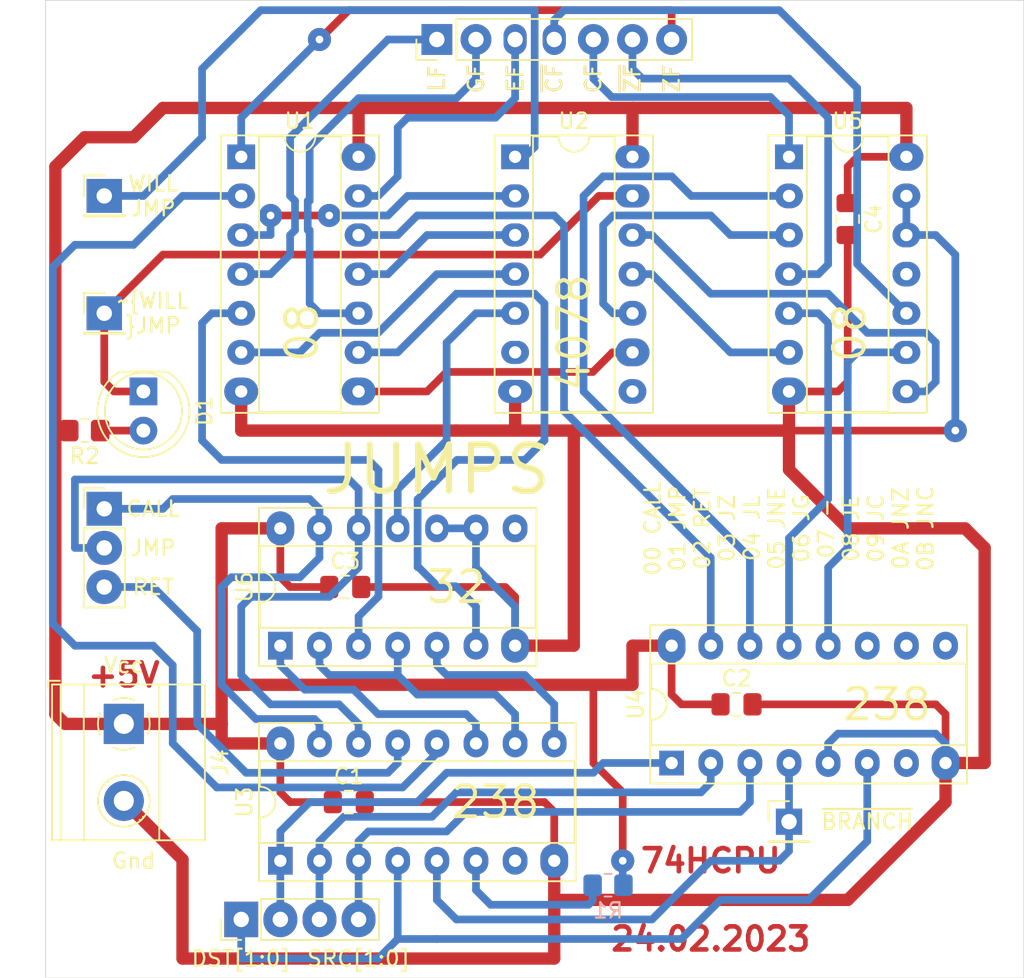
<source format=kicad_pcb>
(kicad_pcb (version 20171130) (host pcbnew "(5.1.8)-1")

  (general
    (thickness 1.6)
    (drawings 39)
    (tracks 372)
    (zones 0)
    (modules 24)
    (nets 49)
  )

  (page A4 portrait)
  (layers
    (0 F.Cu signal)
    (31 B.Cu signal)
    (32 B.Adhes user)
    (33 F.Adhes user)
    (34 B.Paste user)
    (35 F.Paste user)
    (36 B.SilkS user)
    (37 F.SilkS user)
    (38 B.Mask user)
    (39 F.Mask user)
    (40 Dwgs.User user)
    (41 Cmts.User user)
    (42 Eco1.User user)
    (43 Eco2.User user)
    (44 Edge.Cuts user)
    (45 Margin user)
    (46 B.CrtYd user)
    (47 F.CrtYd user)
    (48 B.Fab user)
    (49 F.Fab user)
  )

  (setup
    (last_trace_width 0.5)
    (user_trace_width 0.5)
    (user_trace_width 0.6)
    (user_trace_width 0.8)
    (trace_clearance 0.2)
    (zone_clearance 0.508)
    (zone_45_only no)
    (trace_min 0.5)
    (via_size 0.8)
    (via_drill 0.4)
    (via_min_size 0.4)
    (via_min_drill 0.3)
    (user_via 1.5 0.5)
    (uvia_size 0.3)
    (uvia_drill 0.1)
    (uvias_allowed no)
    (uvia_min_size 0.2)
    (uvia_min_drill 0.1)
    (edge_width 0.05)
    (segment_width 0.2)
    (pcb_text_width 0.3)
    (pcb_text_size 1.5 1.5)
    (mod_edge_width 0.12)
    (mod_text_size 1 1)
    (mod_text_width 0.15)
    (pad_size 1.8 1.6)
    (pad_drill 0.8)
    (pad_to_mask_clearance 0)
    (aux_axis_origin 17.78 17.78)
    (visible_elements 7FFFFFFF)
    (pcbplotparams
      (layerselection 0x00000_7fffffff)
      (usegerberextensions false)
      (usegerberattributes false)
      (usegerberadvancedattributes false)
      (creategerberjobfile false)
      (excludeedgelayer true)
      (linewidth 0.100000)
      (plotframeref false)
      (viasonmask false)
      (mode 1)
      (useauxorigin false)
      (hpglpennumber 1)
      (hpglpenspeed 20)
      (hpglpendiameter 15.000000)
      (psnegative true)
      (psa4output false)
      (plotreference true)
      (plotvalue true)
      (plotinvisibletext false)
      (padsonsilk false)
      (subtractmaskfromsilk false)
      (outputformat 4)
      (mirror true)
      (drillshape 1)
      (scaleselection 1)
      (outputdirectory "pdf/"))
  )

  (net 0 "")
  (net 1 /JMP)
  (net 2 /DST[1])
  (net 3 /DST[0])
  (net 4 /SRC[1])
  (net 5 /SRC[0])
  (net 6 /ZF)
  (net 7 /LF)
  (net 8 /EF)
  (net 9 /GF)
  (net 10 /CF)
  (net 11 /~ZF)
  (net 12 /~CF)
  (net 13 VCC)
  (net 14 GND)
  (net 15 "Net-(R1-Pad1)")
  (net 16 /JZ)
  (net 17 "Net-(U1-Pad8)")
  (net 18 /JE)
  (net 19 "Net-(U1-Pad3)")
  (net 20 "Net-(U1-Pad11)")
  (net 21 "Net-(U1-Pad6)")
  (net 22 "Net-(U2-Pad8)")
  (net 23 /CALL)
  (net 24 "Net-(U2-Pad11)")
  (net 25 "Net-(U2-Pad12)")
  (net 26 "Net-(U2-Pad6)")
  (net 27 /JG)
  (net 28 /JL)
  (net 29 /RET)
  (net 30 /JC)
  (net 31 /JNZ)
  (net 32 "Net-(U4-Pad7)")
  (net 33 /JNC)
  (net 34 /JNE)
  (net 35 "Net-(U4-Pad11)")
  (net 36 "Net-(U4-Pad10)")
  (net 37 "Net-(U4-Pad9)")
  (net 38 "Net-(U5-Pad11)")
  (net 39 /WILL_JMP)
  (net 40 "Net-(U6-Pad8)")
  (net 41 "Net-(U2-Pad10)")
  (net 42 "Net-(U2-Pad5)")
  (net 43 "Net-(U1-Pad9)")
  (net 44 "Net-(U1-Pad5)")
  (net 45 /~WILL_JMP)
  (net 46 "Net-(U3-Pad7)")
  (net 47 "Net-(D1-Pad2)")
  (net 48 /~BRANCH)

  (net_class Default "This is the default net class."
    (clearance 0.2)
    (trace_width 0.5)
    (via_dia 0.8)
    (via_drill 0.4)
    (uvia_dia 0.3)
    (uvia_drill 0.1)
    (diff_pair_width 0.5)
    (diff_pair_gap 0.25)
    (add_net /CALL)
    (add_net /CF)
    (add_net /DST[0])
    (add_net /DST[1])
    (add_net /EF)
    (add_net /GF)
    (add_net /JC)
    (add_net /JE)
    (add_net /JG)
    (add_net /JL)
    (add_net /JMP)
    (add_net /JNC)
    (add_net /JNE)
    (add_net /JNZ)
    (add_net /JZ)
    (add_net /LF)
    (add_net /RET)
    (add_net /SRC[0])
    (add_net /SRC[1])
    (add_net /WILL_JMP)
    (add_net /ZF)
    (add_net /~BRANCH)
    (add_net /~CF)
    (add_net /~WILL_JMP)
    (add_net /~ZF)
    (add_net GND)
    (add_net "Net-(D1-Pad2)")
    (add_net "Net-(R1-Pad1)")
    (add_net "Net-(U1-Pad11)")
    (add_net "Net-(U1-Pad3)")
    (add_net "Net-(U1-Pad5)")
    (add_net "Net-(U1-Pad6)")
    (add_net "Net-(U1-Pad8)")
    (add_net "Net-(U1-Pad9)")
    (add_net "Net-(U2-Pad10)")
    (add_net "Net-(U2-Pad11)")
    (add_net "Net-(U2-Pad12)")
    (add_net "Net-(U2-Pad5)")
    (add_net "Net-(U2-Pad6)")
    (add_net "Net-(U2-Pad8)")
    (add_net "Net-(U3-Pad7)")
    (add_net "Net-(U4-Pad10)")
    (add_net "Net-(U4-Pad11)")
    (add_net "Net-(U4-Pad7)")
    (add_net "Net-(U4-Pad9)")
    (add_net "Net-(U5-Pad11)")
    (add_net "Net-(U6-Pad8)")
    (add_net VCC)
  )

  (module Connector_PinHeader_2.54mm:PinHeader_1x01_P2.54mm_Vertical (layer F.Cu) (tedit 59FED5CC) (tstamp 63FA6D9B)
    (at 66.04 71.12)
    (descr "Through hole straight pin header, 1x01, 2.54mm pitch, single row")
    (tags "Through hole pin header THT 1x01 2.54mm single row")
    (path /640FA758)
    (fp_text reference J7 (at 2.54 0) (layer F.SilkS) hide
      (effects (font (size 1 1) (thickness 0.15)))
    )
    (fp_text value Conn_01x01_Male (at 0 2.33) (layer F.Fab)
      (effects (font (size 1 1) (thickness 0.15)))
    )
    (fp_line (start 1.8 -1.8) (end -1.8 -1.8) (layer F.CrtYd) (width 0.05))
    (fp_line (start 1.8 1.8) (end 1.8 -1.8) (layer F.CrtYd) (width 0.05))
    (fp_line (start -1.8 1.8) (end 1.8 1.8) (layer F.CrtYd) (width 0.05))
    (fp_line (start -1.8 -1.8) (end -1.8 1.8) (layer F.CrtYd) (width 0.05))
    (fp_line (start -1.33 -1.33) (end 0 -1.33) (layer F.SilkS) (width 0.12))
    (fp_line (start -1.33 0) (end -1.33 -1.33) (layer F.SilkS) (width 0.12))
    (fp_line (start -1.33 1.27) (end 1.33 1.27) (layer F.SilkS) (width 0.12))
    (fp_line (start 1.33 1.27) (end 1.33 1.33) (layer F.SilkS) (width 0.12))
    (fp_line (start -1.33 1.27) (end -1.33 1.33) (layer F.SilkS) (width 0.12))
    (fp_line (start -1.33 1.33) (end 1.33 1.33) (layer F.SilkS) (width 0.12))
    (fp_line (start -1.27 -0.635) (end -0.635 -1.27) (layer F.Fab) (width 0.1))
    (fp_line (start -1.27 1.27) (end -1.27 -0.635) (layer F.Fab) (width 0.1))
    (fp_line (start 1.27 1.27) (end -1.27 1.27) (layer F.Fab) (width 0.1))
    (fp_line (start 1.27 -1.27) (end 1.27 1.27) (layer F.Fab) (width 0.1))
    (fp_line (start -0.635 -1.27) (end 1.27 -1.27) (layer F.Fab) (width 0.1))
    (fp_text user %R (at 0 0 90) (layer F.Fab)
      (effects (font (size 1 1) (thickness 0.15)))
    )
    (pad 1 thru_hole rect (at 0 0) (size 1.7 1.7) (drill 1) (layers *.Cu *.Mask)
      (net 48 /~BRANCH))
    (model ${KISYS3DMOD}/Connector_PinHeader_2.54mm.3dshapes/PinHeader_1x01_P2.54mm_Vertical.wrl
      (at (xyz 0 0 0))
      (scale (xyz 1 1 1))
      (rotate (xyz 0 0 0))
    )
  )

  (module Capacitor_SMD:C_0805_2012Metric_Pad1.18x1.45mm_HandSolder (layer F.Cu) (tedit 5F68FEEF) (tstamp 63F2430F)
    (at 69.85 31.9825 270)
    (descr "Capacitor SMD 0805 (2012 Metric), square (rectangular) end terminal, IPC_7351 nominal with elongated pad for handsoldering. (Body size source: IPC-SM-782 page 76, https://www.pcb-3d.com/wordpress/wp-content/uploads/ipc-sm-782a_amendment_1_and_2.pdf, https://docs.google.com/spreadsheets/d/1BsfQQcO9C6DZCsRaXUlFlo91Tg2WpOkGARC1WS5S8t0/edit?usp=sharing), generated with kicad-footprint-generator")
    (tags "capacitor handsolder")
    (path /6404971A)
    (attr smd)
    (fp_text reference C4 (at 0 -1.68 90) (layer F.SilkS)
      (effects (font (size 1 1) (thickness 0.15)))
    )
    (fp_text value 0.1uF (at 0 1.68 90) (layer F.Fab)
      (effects (font (size 1 1) (thickness 0.15)))
    )
    (fp_line (start 1.88 0.98) (end -1.88 0.98) (layer F.CrtYd) (width 0.05))
    (fp_line (start 1.88 -0.98) (end 1.88 0.98) (layer F.CrtYd) (width 0.05))
    (fp_line (start -1.88 -0.98) (end 1.88 -0.98) (layer F.CrtYd) (width 0.05))
    (fp_line (start -1.88 0.98) (end -1.88 -0.98) (layer F.CrtYd) (width 0.05))
    (fp_line (start -0.261252 0.735) (end 0.261252 0.735) (layer F.SilkS) (width 0.12))
    (fp_line (start -0.261252 -0.735) (end 0.261252 -0.735) (layer F.SilkS) (width 0.12))
    (fp_line (start 1 0.625) (end -1 0.625) (layer F.Fab) (width 0.1))
    (fp_line (start 1 -0.625) (end 1 0.625) (layer F.Fab) (width 0.1))
    (fp_line (start -1 -0.625) (end 1 -0.625) (layer F.Fab) (width 0.1))
    (fp_line (start -1 0.625) (end -1 -0.625) (layer F.Fab) (width 0.1))
    (fp_text user %R (at 0 0 90) (layer F.Fab)
      (effects (font (size 0.5 0.5) (thickness 0.08)))
    )
    (pad 2 smd roundrect (at 1.0375 0 270) (size 1.175 1.45) (layers F.Cu F.Paste F.Mask) (roundrect_rratio 0.2127659574468085)
      (net 14 GND))
    (pad 1 smd roundrect (at -1.0375 0 270) (size 1.175 1.45) (layers F.Cu F.Paste F.Mask) (roundrect_rratio 0.2127659574468085)
      (net 13 VCC))
    (model ${KISYS3DMOD}/Capacitor_SMD.3dshapes/C_0805_2012Metric.wrl
      (at (xyz 0 0 0))
      (scale (xyz 1 1 1))
      (rotate (xyz 0 0 0))
    )
  )

  (module Capacitor_SMD:C_0805_2012Metric_Pad1.18x1.45mm_HandSolder (layer F.Cu) (tedit 5F68FEEF) (tstamp 63F242FE)
    (at 37.2325 55.88)
    (descr "Capacitor SMD 0805 (2012 Metric), square (rectangular) end terminal, IPC_7351 nominal with elongated pad for handsoldering. (Body size source: IPC-SM-782 page 76, https://www.pcb-3d.com/wordpress/wp-content/uploads/ipc-sm-782a_amendment_1_and_2.pdf, https://docs.google.com/spreadsheets/d/1BsfQQcO9C6DZCsRaXUlFlo91Tg2WpOkGARC1WS5S8t0/edit?usp=sharing), generated with kicad-footprint-generator")
    (tags "capacitor handsolder")
    (path /64042C84)
    (attr smd)
    (fp_text reference C3 (at 0 -1.68) (layer F.SilkS)
      (effects (font (size 1 1) (thickness 0.15)))
    )
    (fp_text value 0.1uF (at 0 1.68) (layer F.Fab)
      (effects (font (size 1 1) (thickness 0.15)))
    )
    (fp_line (start 1.88 0.98) (end -1.88 0.98) (layer F.CrtYd) (width 0.05))
    (fp_line (start 1.88 -0.98) (end 1.88 0.98) (layer F.CrtYd) (width 0.05))
    (fp_line (start -1.88 -0.98) (end 1.88 -0.98) (layer F.CrtYd) (width 0.05))
    (fp_line (start -1.88 0.98) (end -1.88 -0.98) (layer F.CrtYd) (width 0.05))
    (fp_line (start -0.261252 0.735) (end 0.261252 0.735) (layer F.SilkS) (width 0.12))
    (fp_line (start -0.261252 -0.735) (end 0.261252 -0.735) (layer F.SilkS) (width 0.12))
    (fp_line (start 1 0.625) (end -1 0.625) (layer F.Fab) (width 0.1))
    (fp_line (start 1 -0.625) (end 1 0.625) (layer F.Fab) (width 0.1))
    (fp_line (start -1 -0.625) (end 1 -0.625) (layer F.Fab) (width 0.1))
    (fp_line (start -1 0.625) (end -1 -0.625) (layer F.Fab) (width 0.1))
    (fp_text user %R (at 0 0) (layer F.Fab)
      (effects (font (size 0.5 0.5) (thickness 0.08)))
    )
    (pad 2 smd roundrect (at 1.0375 0) (size 1.175 1.45) (layers F.Cu F.Paste F.Mask) (roundrect_rratio 0.2127659574468085)
      (net 14 GND))
    (pad 1 smd roundrect (at -1.0375 0) (size 1.175 1.45) (layers F.Cu F.Paste F.Mask) (roundrect_rratio 0.2127659574468085)
      (net 13 VCC))
    (model ${KISYS3DMOD}/Capacitor_SMD.3dshapes/C_0805_2012Metric.wrl
      (at (xyz 0 0 0))
      (scale (xyz 1 1 1))
      (rotate (xyz 0 0 0))
    )
  )

  (module Capacitor_SMD:C_0805_2012Metric_Pad1.18x1.45mm_HandSolder (layer F.Cu) (tedit 5F68FEEF) (tstamp 63F242ED)
    (at 62.6325 63.5)
    (descr "Capacitor SMD 0805 (2012 Metric), square (rectangular) end terminal, IPC_7351 nominal with elongated pad for handsoldering. (Body size source: IPC-SM-782 page 76, https://www.pcb-3d.com/wordpress/wp-content/uploads/ipc-sm-782a_amendment_1_and_2.pdf, https://docs.google.com/spreadsheets/d/1BsfQQcO9C6DZCsRaXUlFlo91Tg2WpOkGARC1WS5S8t0/edit?usp=sharing), generated with kicad-footprint-generator")
    (tags "capacitor handsolder")
    (path /640401B9)
    (attr smd)
    (fp_text reference C2 (at 0 -1.68) (layer F.SilkS)
      (effects (font (size 1 1) (thickness 0.15)))
    )
    (fp_text value 0.1uF (at 0 1.68) (layer F.Fab)
      (effects (font (size 1 1) (thickness 0.15)))
    )
    (fp_line (start 1.88 0.98) (end -1.88 0.98) (layer F.CrtYd) (width 0.05))
    (fp_line (start 1.88 -0.98) (end 1.88 0.98) (layer F.CrtYd) (width 0.05))
    (fp_line (start -1.88 -0.98) (end 1.88 -0.98) (layer F.CrtYd) (width 0.05))
    (fp_line (start -1.88 0.98) (end -1.88 -0.98) (layer F.CrtYd) (width 0.05))
    (fp_line (start -0.261252 0.735) (end 0.261252 0.735) (layer F.SilkS) (width 0.12))
    (fp_line (start -0.261252 -0.735) (end 0.261252 -0.735) (layer F.SilkS) (width 0.12))
    (fp_line (start 1 0.625) (end -1 0.625) (layer F.Fab) (width 0.1))
    (fp_line (start 1 -0.625) (end 1 0.625) (layer F.Fab) (width 0.1))
    (fp_line (start -1 -0.625) (end 1 -0.625) (layer F.Fab) (width 0.1))
    (fp_line (start -1 0.625) (end -1 -0.625) (layer F.Fab) (width 0.1))
    (fp_text user %R (at 0 0) (layer F.Fab)
      (effects (font (size 0.5 0.5) (thickness 0.08)))
    )
    (pad 2 smd roundrect (at 1.0375 0) (size 1.175 1.45) (layers F.Cu F.Paste F.Mask) (roundrect_rratio 0.2127659574468085)
      (net 14 GND))
    (pad 1 smd roundrect (at -1.0375 0) (size 1.175 1.45) (layers F.Cu F.Paste F.Mask) (roundrect_rratio 0.2127659574468085)
      (net 13 VCC))
    (model ${KISYS3DMOD}/Capacitor_SMD.3dshapes/C_0805_2012Metric.wrl
      (at (xyz 0 0 0))
      (scale (xyz 1 1 1))
      (rotate (xyz 0 0 0))
    )
  )

  (module Resistor_SMD:R_0805_2012Metric_Pad1.20x1.40mm_HandSolder (layer F.Cu) (tedit 5F68FEEE) (tstamp 63F2346F)
    (at 20.32 45.72 180)
    (descr "Resistor SMD 0805 (2012 Metric), square (rectangular) end terminal, IPC_7351 nominal with elongated pad for handsoldering. (Body size source: IPC-SM-782 page 72, https://www.pcb-3d.com/wordpress/wp-content/uploads/ipc-sm-782a_amendment_1_and_2.pdf), generated with kicad-footprint-generator")
    (tags "resistor handsolder")
    (path /63FF399E)
    (attr smd)
    (fp_text reference R2 (at 0 -1.65) (layer F.SilkS)
      (effects (font (size 1 1) (thickness 0.15)))
    )
    (fp_text value 1k (at 0 1.65) (layer F.Fab)
      (effects (font (size 1 1) (thickness 0.15)))
    )
    (fp_line (start -1 0.625) (end -1 -0.625) (layer F.Fab) (width 0.1))
    (fp_line (start -1 -0.625) (end 1 -0.625) (layer F.Fab) (width 0.1))
    (fp_line (start 1 -0.625) (end 1 0.625) (layer F.Fab) (width 0.1))
    (fp_line (start 1 0.625) (end -1 0.625) (layer F.Fab) (width 0.1))
    (fp_line (start -0.227064 -0.735) (end 0.227064 -0.735) (layer F.SilkS) (width 0.12))
    (fp_line (start -0.227064 0.735) (end 0.227064 0.735) (layer F.SilkS) (width 0.12))
    (fp_line (start -1.85 0.95) (end -1.85 -0.95) (layer F.CrtYd) (width 0.05))
    (fp_line (start -1.85 -0.95) (end 1.85 -0.95) (layer F.CrtYd) (width 0.05))
    (fp_line (start 1.85 -0.95) (end 1.85 0.95) (layer F.CrtYd) (width 0.05))
    (fp_line (start 1.85 0.95) (end -1.85 0.95) (layer F.CrtYd) (width 0.05))
    (fp_text user %R (at 0 0) (layer F.Fab)
      (effects (font (size 0.5 0.5) (thickness 0.08)))
    )
    (pad 2 smd roundrect (at 1 0 180) (size 1.2 1.4) (layers F.Cu F.Paste F.Mask) (roundrect_rratio 0.2083325)
      (net 13 VCC))
    (pad 1 smd roundrect (at -1 0 180) (size 1.2 1.4) (layers F.Cu F.Paste F.Mask) (roundrect_rratio 0.2083325)
      (net 47 "Net-(D1-Pad2)"))
    (model ${KISYS3DMOD}/Resistor_SMD.3dshapes/R_0805_2012Metric.wrl
      (at (xyz 0 0 0))
      (scale (xyz 1 1 1))
      (rotate (xyz 0 0 0))
    )
  )

  (module LED_THT:LED_D5.0mm (layer F.Cu) (tedit 5995936A) (tstamp 63F232D2)
    (at 24.13 43.18 270)
    (descr "LED, diameter 5.0mm, 2 pins, http://cdn-reichelt.de/documents/datenblatt/A500/LL-504BC2E-009.pdf")
    (tags "LED diameter 5.0mm 2 pins")
    (path /63FEF904)
    (fp_text reference D1 (at 1.27 -3.96 90) (layer F.SilkS)
      (effects (font (size 1 1) (thickness 0.15)))
    )
    (fp_text value LED (at 1.27 3.96 90) (layer F.Fab)
      (effects (font (size 1 1) (thickness 0.15)))
    )
    (fp_circle (center 1.27 0) (end 3.77 0) (layer F.Fab) (width 0.1))
    (fp_circle (center 1.27 0) (end 3.77 0) (layer F.SilkS) (width 0.12))
    (fp_line (start -1.23 -1.469694) (end -1.23 1.469694) (layer F.Fab) (width 0.1))
    (fp_line (start -1.29 -1.545) (end -1.29 1.545) (layer F.SilkS) (width 0.12))
    (fp_line (start -1.95 -3.25) (end -1.95 3.25) (layer F.CrtYd) (width 0.05))
    (fp_line (start -1.95 3.25) (end 4.5 3.25) (layer F.CrtYd) (width 0.05))
    (fp_line (start 4.5 3.25) (end 4.5 -3.25) (layer F.CrtYd) (width 0.05))
    (fp_line (start 4.5 -3.25) (end -1.95 -3.25) (layer F.CrtYd) (width 0.05))
    (fp_text user %R (at 1.25 0 90) (layer F.Fab)
      (effects (font (size 0.8 0.8) (thickness 0.2)))
    )
    (fp_arc (start 1.27 0) (end -1.29 1.54483) (angle -148.9) (layer F.SilkS) (width 0.12))
    (fp_arc (start 1.27 0) (end -1.29 -1.54483) (angle 148.9) (layer F.SilkS) (width 0.12))
    (fp_arc (start 1.27 0) (end -1.23 -1.469694) (angle 299.1) (layer F.Fab) (width 0.1))
    (pad 2 thru_hole circle (at 2.54 0 270) (size 1.8 1.8) (drill 0.9) (layers *.Cu *.Mask)
      (net 47 "Net-(D1-Pad2)"))
    (pad 1 thru_hole rect (at 0 0 270) (size 1.8 1.8) (drill 0.9) (layers *.Cu *.Mask)
      (net 45 /~WILL_JMP))
    (model ${KISYS3DMOD}/LED_THT.3dshapes/LED_D5.0mm.wrl
      (at (xyz 0 0 0))
      (scale (xyz 1 1 1))
      (rotate (xyz 0 0 0))
    )
  )

  (module Capacitor_SMD:C_0805_2012Metric_Pad1.18x1.45mm_HandSolder (layer F.Cu) (tedit 5F68FEEF) (tstamp 63F232C0)
    (at 37.465 69.85)
    (descr "Capacitor SMD 0805 (2012 Metric), square (rectangular) end terminal, IPC_7351 nominal with elongated pad for handsoldering. (Body size source: IPC-SM-782 page 76, https://www.pcb-3d.com/wordpress/wp-content/uploads/ipc-sm-782a_amendment_1_and_2.pdf, https://docs.google.com/spreadsheets/d/1BsfQQcO9C6DZCsRaXUlFlo91Tg2WpOkGARC1WS5S8t0/edit?usp=sharing), generated with kicad-footprint-generator")
    (tags "capacitor handsolder")
    (path /64008C71)
    (attr smd)
    (fp_text reference C1 (at 0 -1.68) (layer F.SilkS)
      (effects (font (size 1 1) (thickness 0.15)))
    )
    (fp_text value 0.1uF (at 0 1.68) (layer F.Fab)
      (effects (font (size 1 1) (thickness 0.15)))
    )
    (fp_line (start -1 0.625) (end -1 -0.625) (layer F.Fab) (width 0.1))
    (fp_line (start -1 -0.625) (end 1 -0.625) (layer F.Fab) (width 0.1))
    (fp_line (start 1 -0.625) (end 1 0.625) (layer F.Fab) (width 0.1))
    (fp_line (start 1 0.625) (end -1 0.625) (layer F.Fab) (width 0.1))
    (fp_line (start -0.261252 -0.735) (end 0.261252 -0.735) (layer F.SilkS) (width 0.12))
    (fp_line (start -0.261252 0.735) (end 0.261252 0.735) (layer F.SilkS) (width 0.12))
    (fp_line (start -1.88 0.98) (end -1.88 -0.98) (layer F.CrtYd) (width 0.05))
    (fp_line (start -1.88 -0.98) (end 1.88 -0.98) (layer F.CrtYd) (width 0.05))
    (fp_line (start 1.88 -0.98) (end 1.88 0.98) (layer F.CrtYd) (width 0.05))
    (fp_line (start 1.88 0.98) (end -1.88 0.98) (layer F.CrtYd) (width 0.05))
    (fp_text user %R (at 0 0) (layer F.Fab)
      (effects (font (size 0.5 0.5) (thickness 0.08)))
    )
    (pad 2 smd roundrect (at 1.0375 0) (size 1.175 1.45) (layers F.Cu F.Paste F.Mask) (roundrect_rratio 0.2127659574468085)
      (net 14 GND))
    (pad 1 smd roundrect (at -1.0375 0) (size 1.175 1.45) (layers F.Cu F.Paste F.Mask) (roundrect_rratio 0.2127659574468085)
      (net 13 VCC))
    (model ${KISYS3DMOD}/Capacitor_SMD.3dshapes/C_0805_2012Metric.wrl
      (at (xyz 0 0 0))
      (scale (xyz 1 1 1))
      (rotate (xyz 0 0 0))
    )
  )

  (module Connector_PinHeader_2.54mm:PinHeader_1x03_P2.54mm_Vertical (layer F.Cu) (tedit 59FED5CC) (tstamp 63F2667C)
    (at 21.59 50.8)
    (descr "Through hole straight pin header, 1x03, 2.54mm pitch, single row")
    (tags "Through hole pin header THT 1x03 2.54mm single row")
    (path /63FA3CAC)
    (fp_text reference J6 (at 0 -2.33) (layer F.SilkS) hide
      (effects (font (size 1 1) (thickness 0.15)))
    )
    (fp_text value Conn_01x03_Male (at 0 7.41) (layer F.Fab)
      (effects (font (size 1 1) (thickness 0.15)))
    )
    (fp_line (start -0.635 -1.27) (end 1.27 -1.27) (layer F.Fab) (width 0.1))
    (fp_line (start 1.27 -1.27) (end 1.27 6.35) (layer F.Fab) (width 0.1))
    (fp_line (start 1.27 6.35) (end -1.27 6.35) (layer F.Fab) (width 0.1))
    (fp_line (start -1.27 6.35) (end -1.27 -0.635) (layer F.Fab) (width 0.1))
    (fp_line (start -1.27 -0.635) (end -0.635 -1.27) (layer F.Fab) (width 0.1))
    (fp_line (start -1.33 6.41) (end 1.33 6.41) (layer F.SilkS) (width 0.12))
    (fp_line (start -1.33 1.27) (end -1.33 6.41) (layer F.SilkS) (width 0.12))
    (fp_line (start 1.33 1.27) (end 1.33 6.41) (layer F.SilkS) (width 0.12))
    (fp_line (start -1.33 1.27) (end 1.33 1.27) (layer F.SilkS) (width 0.12))
    (fp_line (start -1.33 0) (end -1.33 -1.33) (layer F.SilkS) (width 0.12))
    (fp_line (start -1.33 -1.33) (end 0 -1.33) (layer F.SilkS) (width 0.12))
    (fp_line (start -1.8 -1.8) (end -1.8 6.85) (layer F.CrtYd) (width 0.05))
    (fp_line (start -1.8 6.85) (end 1.8 6.85) (layer F.CrtYd) (width 0.05))
    (fp_line (start 1.8 6.85) (end 1.8 -1.8) (layer F.CrtYd) (width 0.05))
    (fp_line (start 1.8 -1.8) (end -1.8 -1.8) (layer F.CrtYd) (width 0.05))
    (fp_text user %R (at 0 2.54 90) (layer F.Fab)
      (effects (font (size 1 1) (thickness 0.15)))
    )
    (pad 3 thru_hole oval (at 0 5.08) (size 2.3 2.2) (drill 1) (layers *.Cu *.Mask)
      (net 29 /RET))
    (pad 2 thru_hole oval (at 0 2.54) (size 2.3 2.2) (drill 1) (layers *.Cu *.Mask)
      (net 1 /JMP))
    (pad 1 thru_hole rect (at 0 0) (size 2.3 2.2) (drill 1) (layers *.Cu *.Mask)
      (net 23 /CALL))
    (model ${KISYS3DMOD}/Connector_PinHeader_2.54mm.3dshapes/PinHeader_1x03_P2.54mm_Vertical.wrl
      (at (xyz 0 0 0))
      (scale (xyz 1 1 1))
      (rotate (xyz 0 0 0))
    )
  )

  (module Connector_PinHeader_2.54mm:PinHeader_1x01_P2.54mm_Vertical (layer F.Cu) (tedit 59FED5CC) (tstamp 63F26665)
    (at 21.59 38.1)
    (descr "Through hole straight pin header, 1x01, 2.54mm pitch, single row")
    (tags "Through hole pin header THT 1x01 2.54mm single row")
    (path /63F9CFFC)
    (fp_text reference J5 (at 0 -2.33) (layer F.SilkS) hide
      (effects (font (size 1 1) (thickness 0.15)))
    )
    (fp_text value Conn_01x01_Male (at 0 2.33) (layer F.Fab)
      (effects (font (size 1 1) (thickness 0.15)))
    )
    (fp_line (start -0.635 -1.27) (end 1.27 -1.27) (layer F.Fab) (width 0.1))
    (fp_line (start 1.27 -1.27) (end 1.27 1.27) (layer F.Fab) (width 0.1))
    (fp_line (start 1.27 1.27) (end -1.27 1.27) (layer F.Fab) (width 0.1))
    (fp_line (start -1.27 1.27) (end -1.27 -0.635) (layer F.Fab) (width 0.1))
    (fp_line (start -1.27 -0.635) (end -0.635 -1.27) (layer F.Fab) (width 0.1))
    (fp_line (start -1.33 1.33) (end 1.33 1.33) (layer F.SilkS) (width 0.12))
    (fp_line (start -1.33 1.27) (end -1.33 1.33) (layer F.SilkS) (width 0.12))
    (fp_line (start 1.33 1.27) (end 1.33 1.33) (layer F.SilkS) (width 0.12))
    (fp_line (start -1.33 1.27) (end 1.33 1.27) (layer F.SilkS) (width 0.12))
    (fp_line (start -1.33 0) (end -1.33 -1.33) (layer F.SilkS) (width 0.12))
    (fp_line (start -1.33 -1.33) (end 0 -1.33) (layer F.SilkS) (width 0.12))
    (fp_line (start -1.8 -1.8) (end -1.8 1.8) (layer F.CrtYd) (width 0.05))
    (fp_line (start -1.8 1.8) (end 1.8 1.8) (layer F.CrtYd) (width 0.05))
    (fp_line (start 1.8 1.8) (end 1.8 -1.8) (layer F.CrtYd) (width 0.05))
    (fp_line (start 1.8 -1.8) (end -1.8 -1.8) (layer F.CrtYd) (width 0.05))
    (fp_text user %R (at 0 0 90) (layer F.Fab)
      (effects (font (size 1 1) (thickness 0.15)))
    )
    (pad 1 thru_hole rect (at 0 0) (size 2.3 2.2) (drill 1) (layers *.Cu *.Mask)
      (net 45 /~WILL_JMP))
    (model ${KISYS3DMOD}/Connector_PinHeader_2.54mm.3dshapes/PinHeader_1x01_P2.54mm_Vertical.wrl
      (at (xyz 0 0 0))
      (scale (xyz 1 1 1))
      (rotate (xyz 0 0 0))
    )
  )

  (module MountingHole:MountingHole_3.2mm_M3 (layer F.Cu) (tedit 56D1B4CB) (tstamp 63F17A7B)
    (at 77.47 77.47)
    (descr "Mounting Hole 3.2mm, no annular, M3")
    (tags "mounting hole 3.2mm no annular m3")
    (path /63FDEE84)
    (attr virtual)
    (fp_text reference H4 (at 0 -4.2) (layer F.SilkS) hide
      (effects (font (size 1 1) (thickness 0.15)))
    )
    (fp_text value MountingHole (at -2.54 2.54) (layer F.Fab)
      (effects (font (size 1 1) (thickness 0.15)))
    )
    (fp_circle (center 0 0) (end 3.2 0) (layer Cmts.User) (width 0.15))
    (fp_circle (center 0 0) (end 3.45 0) (layer F.CrtYd) (width 0.05))
    (fp_text user %R (at 0.3 0) (layer F.Fab)
      (effects (font (size 1 1) (thickness 0.15)))
    )
    (pad 1 np_thru_hole circle (at 0 0) (size 3.2 3.2) (drill 3.2) (layers *.Cu *.Mask))
  )

  (module MountingHole:MountingHole_3.2mm_M3 (layer F.Cu) (tedit 56D1B4CB) (tstamp 63F17A73)
    (at 77.47 21.59)
    (descr "Mounting Hole 3.2mm, no annular, M3")
    (tags "mounting hole 3.2mm no annular m3")
    (path /63FDEB57)
    (attr virtual)
    (fp_text reference H3 (at 1.27 5.08) (layer F.SilkS) hide
      (effects (font (size 1 1) (thickness 0.15)))
    )
    (fp_text value MountingHole (at -3.81 -2.54) (layer F.Fab)
      (effects (font (size 1 1) (thickness 0.15)))
    )
    (fp_circle (center 0 0) (end 3.2 0) (layer Cmts.User) (width 0.15))
    (fp_circle (center 0 0) (end 3.45 0) (layer F.CrtYd) (width 0.05))
    (fp_text user %R (at 0.3 0) (layer F.Fab)
      (effects (font (size 1 1) (thickness 0.15)))
    )
    (pad 1 np_thru_hole circle (at 0 0) (size 3.2 3.2) (drill 3.2) (layers *.Cu *.Mask))
  )

  (module MountingHole:MountingHole_3.2mm_M3 (layer F.Cu) (tedit 56D1B4CB) (tstamp 63F17A6B)
    (at 21.59 77.47)
    (descr "Mounting Hole 3.2mm, no annular, M3")
    (tags "mounting hole 3.2mm no annular m3")
    (path /63FDE866)
    (attr virtual)
    (fp_text reference H2 (at 0 -4.2) (layer F.SilkS) hide
      (effects (font (size 1 1) (thickness 0.15)))
    )
    (fp_text value MountingHole (at 3.81 2.54) (layer F.Fab)
      (effects (font (size 1 1) (thickness 0.15)))
    )
    (fp_circle (center 0 0) (end 3.2 0) (layer Cmts.User) (width 0.15))
    (fp_circle (center 0 0) (end 3.45 0) (layer F.CrtYd) (width 0.05))
    (fp_text user %R (at 0.3 0) (layer F.Fab)
      (effects (font (size 1 1) (thickness 0.15)))
    )
    (pad 1 np_thru_hole circle (at 0 0) (size 3.2 3.2) (drill 3.2) (layers *.Cu *.Mask))
  )

  (module MountingHole:MountingHole_3.2mm_M3 (layer F.Cu) (tedit 56D1B4CB) (tstamp 63F17A63)
    (at 21.59 21.59)
    (descr "Mounting Hole 3.2mm, no annular, M3")
    (tags "mounting hole 3.2mm no annular m3")
    (path /63FDD3F2)
    (attr virtual)
    (fp_text reference H1 (at -1.27 5.08) (layer F.SilkS) hide
      (effects (font (size 1 1) (thickness 0.15)))
    )
    (fp_text value MountingHole (at 3.81 -2.54) (layer F.Fab)
      (effects (font (size 1 1) (thickness 0.15)))
    )
    (fp_circle (center 0 0) (end 3.2 0) (layer Cmts.User) (width 0.15))
    (fp_circle (center 0 0) (end 3.45 0) (layer F.CrtYd) (width 0.05))
    (fp_text user %R (at 0.3 0) (layer F.Fab)
      (effects (font (size 1 1) (thickness 0.15)))
    )
    (pad 1 np_thru_hole circle (at 0 0) (size 3.2 3.2) (drill 3.2) (layers *.Cu *.Mask))
  )

  (module Connector_PinHeader_2.54mm:PinHeader_1x01_P2.54mm_Vertical (layer F.Cu) (tedit 59FED5CC) (tstamp 63F15DEA)
    (at 21.59 30.48)
    (descr "Through hole straight pin header, 1x01, 2.54mm pitch, single row")
    (tags "Through hole pin header THT 1x01 2.54mm single row")
    (path /63F87092)
    (fp_text reference J1 (at 0 -2.33) (layer F.SilkS) hide
      (effects (font (size 1 1) (thickness 0.15)))
    )
    (fp_text value Conn_01x01_Male (at 0 2.33) (layer F.Fab)
      (effects (font (size 1 1) (thickness 0.15)))
    )
    (fp_line (start 1.8 -1.8) (end -1.8 -1.8) (layer F.CrtYd) (width 0.05))
    (fp_line (start 1.8 1.8) (end 1.8 -1.8) (layer F.CrtYd) (width 0.05))
    (fp_line (start -1.8 1.8) (end 1.8 1.8) (layer F.CrtYd) (width 0.05))
    (fp_line (start -1.8 -1.8) (end -1.8 1.8) (layer F.CrtYd) (width 0.05))
    (fp_line (start -1.33 -1.33) (end 0 -1.33) (layer F.SilkS) (width 0.12))
    (fp_line (start -1.33 0) (end -1.33 -1.33) (layer F.SilkS) (width 0.12))
    (fp_line (start -1.33 1.27) (end 1.33 1.27) (layer F.SilkS) (width 0.12))
    (fp_line (start 1.33 1.27) (end 1.33 1.33) (layer F.SilkS) (width 0.12))
    (fp_line (start -1.33 1.27) (end -1.33 1.33) (layer F.SilkS) (width 0.12))
    (fp_line (start -1.33 1.33) (end 1.33 1.33) (layer F.SilkS) (width 0.12))
    (fp_line (start -1.27 -0.635) (end -0.635 -1.27) (layer F.Fab) (width 0.1))
    (fp_line (start -1.27 1.27) (end -1.27 -0.635) (layer F.Fab) (width 0.1))
    (fp_line (start 1.27 1.27) (end -1.27 1.27) (layer F.Fab) (width 0.1))
    (fp_line (start 1.27 -1.27) (end 1.27 1.27) (layer F.Fab) (width 0.1))
    (fp_line (start -0.635 -1.27) (end 1.27 -1.27) (layer F.Fab) (width 0.1))
    (fp_text user %R (at 0 0 90) (layer F.Fab)
      (effects (font (size 1 1) (thickness 0.15)))
    )
    (pad 1 thru_hole rect (at 0 0) (size 2.3 2.2) (drill 1) (layers *.Cu *.Mask)
      (net 39 /WILL_JMP))
    (model ${KISYS3DMOD}/Connector_PinHeader_2.54mm.3dshapes/PinHeader_1x01_P2.54mm_Vertical.wrl
      (at (xyz 0 0 0))
      (scale (xyz 1 1 1))
      (rotate (xyz 0 0 0))
    )
  )

  (module Connector_PinHeader_2.54mm:PinHeader_1x04_P2.54mm_Vertical (layer F.Cu) (tedit 59FED5CC) (tstamp 63F15E02)
    (at 30.48 77.47 90)
    (descr "Through hole straight pin header, 1x04, 2.54mm pitch, single row")
    (tags "Through hole pin header THT 1x04 2.54mm single row")
    (path /63F841CD)
    (fp_text reference J2 (at 0 -2.33 90) (layer F.SilkS) hide
      (effects (font (size 1 1) (thickness 0.15)))
    )
    (fp_text value Conn_01x04_Male (at 2.54 5.08) (layer F.Fab)
      (effects (font (size 1 1) (thickness 0.15)))
    )
    (fp_line (start 1.8 -1.8) (end -1.8 -1.8) (layer F.CrtYd) (width 0.05))
    (fp_line (start 1.8 9.4) (end 1.8 -1.8) (layer F.CrtYd) (width 0.05))
    (fp_line (start -1.8 9.4) (end 1.8 9.4) (layer F.CrtYd) (width 0.05))
    (fp_line (start -1.8 -1.8) (end -1.8 9.4) (layer F.CrtYd) (width 0.05))
    (fp_line (start -1.33 -1.33) (end 0 -1.33) (layer F.SilkS) (width 0.12))
    (fp_line (start -1.33 0) (end -1.33 -1.33) (layer F.SilkS) (width 0.12))
    (fp_line (start -1.33 1.27) (end 1.33 1.27) (layer F.SilkS) (width 0.12))
    (fp_line (start 1.33 1.27) (end 1.33 8.95) (layer F.SilkS) (width 0.12))
    (fp_line (start -1.33 1.27) (end -1.33 8.95) (layer F.SilkS) (width 0.12))
    (fp_line (start -1.33 8.95) (end 1.33 8.95) (layer F.SilkS) (width 0.12))
    (fp_line (start -1.27 -0.635) (end -0.635 -1.27) (layer F.Fab) (width 0.1))
    (fp_line (start -1.27 8.89) (end -1.27 -0.635) (layer F.Fab) (width 0.1))
    (fp_line (start 1.27 8.89) (end -1.27 8.89) (layer F.Fab) (width 0.1))
    (fp_line (start 1.27 -1.27) (end 1.27 8.89) (layer F.Fab) (width 0.1))
    (fp_line (start -0.635 -1.27) (end 1.27 -1.27) (layer F.Fab) (width 0.1))
    (fp_text user %R (at 0 3.81) (layer F.Fab)
      (effects (font (size 1 1) (thickness 0.15)))
    )
    (pad 1 thru_hole rect (at 0 0 90) (size 2.3 2.2) (drill 1) (layers *.Cu *.Mask)
      (net 2 /DST[1]))
    (pad 2 thru_hole oval (at 0 2.54 90) (size 2.3 2.2) (drill 1) (layers *.Cu *.Mask)
      (net 3 /DST[0]))
    (pad 3 thru_hole oval (at 0 5.08 90) (size 2.3 2.2) (drill 1) (layers *.Cu *.Mask)
      (net 4 /SRC[1]))
    (pad 4 thru_hole oval (at 0 7.62 90) (size 2.3 2.2) (drill 1) (layers *.Cu *.Mask)
      (net 5 /SRC[0]))
    (model ${KISYS3DMOD}/Connector_PinHeader_2.54mm.3dshapes/PinHeader_1x04_P2.54mm_Vertical.wrl
      (at (xyz 0 0 0))
      (scale (xyz 1 1 1))
      (rotate (xyz 0 0 0))
    )
  )

  (module Connector_PinHeader_2.54mm:PinHeader_1x07_P2.54mm_Vertical (layer F.Cu) (tedit 63F8BA2C) (tstamp 63F15E1D)
    (at 43.18 20.32 90)
    (descr "Through hole straight pin header, 1x07, 2.54mm pitch, single row")
    (tags "Through hole pin header THT 1x07 2.54mm single row")
    (path /63F7878E)
    (fp_text reference J3 (at 0 -2.33 90) (layer F.SilkS) hide
      (effects (font (size 1 1) (thickness 0.15)))
    )
    (fp_text value Conn_01x07_Male (at -1.27 7.62 180) (layer F.Fab)
      (effects (font (size 1 1) (thickness 0.15)))
    )
    (fp_line (start 1.8 -1.8) (end -1.8 -1.8) (layer F.CrtYd) (width 0.05))
    (fp_line (start 1.8 17.05) (end 1.8 -1.8) (layer F.CrtYd) (width 0.05))
    (fp_line (start -1.8 17.05) (end 1.8 17.05) (layer F.CrtYd) (width 0.05))
    (fp_line (start -1.8 -1.8) (end -1.8 17.05) (layer F.CrtYd) (width 0.05))
    (fp_line (start -1.33 -1.33) (end 0 -1.33) (layer F.SilkS) (width 0.12))
    (fp_line (start -1.33 0) (end -1.33 -1.33) (layer F.SilkS) (width 0.12))
    (fp_line (start -1.33 1.27) (end 1.33 1.27) (layer F.SilkS) (width 0.12))
    (fp_line (start 1.33 1.27) (end 1.33 16.57) (layer F.SilkS) (width 0.12))
    (fp_line (start -1.33 1.27) (end -1.33 16.57) (layer F.SilkS) (width 0.12))
    (fp_line (start -1.33 16.57) (end 1.33 16.57) (layer F.SilkS) (width 0.12))
    (fp_line (start -1.27 -0.635) (end -0.635 -1.27) (layer F.Fab) (width 0.1))
    (fp_line (start -1.27 16.51) (end -1.27 -0.635) (layer F.Fab) (width 0.1))
    (fp_line (start 1.27 16.51) (end -1.27 16.51) (layer F.Fab) (width 0.1))
    (fp_line (start 1.27 -1.27) (end 1.27 16.51) (layer F.Fab) (width 0.1))
    (fp_line (start -0.635 -1.27) (end 1.27 -1.27) (layer F.Fab) (width 0.1))
    (fp_text user %R (at 0 7.62) (layer F.Fab)
      (effects (font (size 1 1) (thickness 0.15)))
    )
    (pad 1 thru_hole rect (at 0 0 90) (size 2 2) (drill 1) (layers *.Cu *.Mask)
      (net 7 /LF))
    (pad 2 thru_hole oval (at 0 2.54 90) (size 2 2) (drill 1) (layers *.Cu *.Mask)
      (net 9 /GF))
    (pad 3 thru_hole oval (at 0 5.08 90) (size 2 1.5) (drill 1) (layers *.Cu *.Mask)
      (net 8 /EF))
    (pad 4 thru_hole oval (at 0 7.62 90) (size 2 1.5) (drill 1) (layers *.Cu *.Mask)
      (net 12 /~CF))
    (pad 5 thru_hole oval (at 0 10.16 90) (size 2 2) (drill 1) (layers *.Cu *.Mask)
      (net 10 /CF))
    (pad 6 thru_hole oval (at 0 12.7 90) (size 2 2) (drill 1) (layers *.Cu *.Mask)
      (net 11 /~ZF))
    (pad 7 thru_hole oval (at 0 15.24 90) (size 2 2) (drill 1) (layers *.Cu *.Mask)
      (net 6 /ZF))
    (model ${KISYS3DMOD}/Connector_PinHeader_2.54mm.3dshapes/PinHeader_1x07_P2.54mm_Vertical.wrl
      (at (xyz 0 0 0))
      (scale (xyz 1 1 1))
      (rotate (xyz 0 0 0))
    )
  )

  (module TerminalBlock_Phoenix:TerminalBlock_Phoenix_MKDS-1,5-2_1x02_P5.00mm_Horizontal (layer F.Cu) (tedit 5B294EE5) (tstamp 63F15E49)
    (at 22.86 64.77 270)
    (descr "Terminal Block Phoenix MKDS-1,5-2, 2 pins, pitch 5mm, size 10x9.8mm^2, drill diamater 1.3mm, pad diameter 2.6mm, see http://www.farnell.com/datasheets/100425.pdf, script-generated using https://github.com/pointhi/kicad-footprint-generator/scripts/TerminalBlock_Phoenix")
    (tags "THT Terminal Block Phoenix MKDS-1,5-2 pitch 5mm size 10x9.8mm^2 drill 1.3mm pad 2.6mm")
    (path /63F9A058)
    (fp_text reference J4 (at 2.5 -6.26 90) (layer F.SilkS)
      (effects (font (size 1 1) (thickness 0.15)))
    )
    (fp_text value Screw_Terminal_01x02 (at 2.5 5.66 90) (layer F.Fab)
      (effects (font (size 1 1) (thickness 0.15)))
    )
    (fp_line (start 8 -5.71) (end -3 -5.71) (layer F.CrtYd) (width 0.05))
    (fp_line (start 8 5.1) (end 8 -5.71) (layer F.CrtYd) (width 0.05))
    (fp_line (start -3 5.1) (end 8 5.1) (layer F.CrtYd) (width 0.05))
    (fp_line (start -3 -5.71) (end -3 5.1) (layer F.CrtYd) (width 0.05))
    (fp_line (start -2.8 4.9) (end -2.3 4.9) (layer F.SilkS) (width 0.12))
    (fp_line (start -2.8 4.16) (end -2.8 4.9) (layer F.SilkS) (width 0.12))
    (fp_line (start 3.773 1.023) (end 3.726 1.069) (layer F.SilkS) (width 0.12))
    (fp_line (start 6.07 -1.275) (end 6.035 -1.239) (layer F.SilkS) (width 0.12))
    (fp_line (start 3.966 1.239) (end 3.931 1.274) (layer F.SilkS) (width 0.12))
    (fp_line (start 6.275 -1.069) (end 6.228 -1.023) (layer F.SilkS) (width 0.12))
    (fp_line (start 5.955 -1.138) (end 3.863 0.955) (layer F.Fab) (width 0.1))
    (fp_line (start 6.138 -0.955) (end 4.046 1.138) (layer F.Fab) (width 0.1))
    (fp_line (start 0.955 -1.138) (end -1.138 0.955) (layer F.Fab) (width 0.1))
    (fp_line (start 1.138 -0.955) (end -0.955 1.138) (layer F.Fab) (width 0.1))
    (fp_line (start 7.56 -5.261) (end 7.56 4.66) (layer F.SilkS) (width 0.12))
    (fp_line (start -2.56 -5.261) (end -2.56 4.66) (layer F.SilkS) (width 0.12))
    (fp_line (start -2.56 4.66) (end 7.56 4.66) (layer F.SilkS) (width 0.12))
    (fp_line (start -2.56 -5.261) (end 7.56 -5.261) (layer F.SilkS) (width 0.12))
    (fp_line (start -2.56 -2.301) (end 7.56 -2.301) (layer F.SilkS) (width 0.12))
    (fp_line (start -2.5 -2.3) (end 7.5 -2.3) (layer F.Fab) (width 0.1))
    (fp_line (start -2.56 2.6) (end 7.56 2.6) (layer F.SilkS) (width 0.12))
    (fp_line (start -2.5 2.6) (end 7.5 2.6) (layer F.Fab) (width 0.1))
    (fp_line (start -2.56 4.1) (end 7.56 4.1) (layer F.SilkS) (width 0.12))
    (fp_line (start -2.5 4.1) (end 7.5 4.1) (layer F.Fab) (width 0.1))
    (fp_line (start -2.5 4.1) (end -2.5 -5.2) (layer F.Fab) (width 0.1))
    (fp_line (start -2 4.6) (end -2.5 4.1) (layer F.Fab) (width 0.1))
    (fp_line (start 7.5 4.6) (end -2 4.6) (layer F.Fab) (width 0.1))
    (fp_line (start 7.5 -5.2) (end 7.5 4.6) (layer F.Fab) (width 0.1))
    (fp_line (start -2.5 -5.2) (end 7.5 -5.2) (layer F.Fab) (width 0.1))
    (fp_circle (center 5 0) (end 6.68 0) (layer F.SilkS) (width 0.12))
    (fp_circle (center 5 0) (end 6.5 0) (layer F.Fab) (width 0.1))
    (fp_circle (center 0 0) (end 1.5 0) (layer F.Fab) (width 0.1))
    (fp_arc (start 0 0) (end 0 1.68) (angle -24) (layer F.SilkS) (width 0.12))
    (fp_arc (start 0 0) (end 1.535 0.684) (angle -48) (layer F.SilkS) (width 0.12))
    (fp_arc (start 0 0) (end 0.684 -1.535) (angle -48) (layer F.SilkS) (width 0.12))
    (fp_arc (start 0 0) (end -1.535 -0.684) (angle -48) (layer F.SilkS) (width 0.12))
    (fp_arc (start 0 0) (end -0.684 1.535) (angle -25) (layer F.SilkS) (width 0.12))
    (fp_text user %R (at 2.5 3.2 90) (layer F.Fab)
      (effects (font (size 1 1) (thickness 0.15)))
    )
    (pad 1 thru_hole rect (at 0 0 270) (size 2.6 2.6) (drill 1.3) (layers *.Cu *.Mask)
      (net 13 VCC))
    (pad 2 thru_hole circle (at 5 0 270) (size 2.6 2.6) (drill 1.3) (layers *.Cu *.Mask)
      (net 14 GND))
    (model ${KISYS3DMOD}/TerminalBlock_Phoenix.3dshapes/TerminalBlock_Phoenix_MKDS-1,5-2_1x02_P5.00mm_Horizontal.wrl
      (at (xyz 0 0 0))
      (scale (xyz 1 1 1))
      (rotate (xyz 0 0 0))
    )
  )

  (module Resistor_SMD:R_0805_2012Metric_Pad1.20x1.40mm_HandSolder (layer B.Cu) (tedit 5F68FEEE) (tstamp 63F15E5A)
    (at 54.2925 75.2475)
    (descr "Resistor SMD 0805 (2012 Metric), square (rectangular) end terminal, IPC_7351 nominal with elongated pad for handsoldering. (Body size source: IPC-SM-782 page 72, https://www.pcb-3d.com/wordpress/wp-content/uploads/ipc-sm-782a_amendment_1_and_2.pdf), generated with kicad-footprint-generator")
    (tags "resistor handsolder")
    (path /63F76748)
    (attr smd)
    (fp_text reference R1 (at 0 1.65 180) (layer B.SilkS)
      (effects (font (size 1 1) (thickness 0.15)) (justify mirror))
    )
    (fp_text value 10k (at 0 -1.65 180) (layer B.Fab)
      (effects (font (size 1 1) (thickness 0.15)) (justify mirror))
    )
    (fp_line (start 1.85 -0.95) (end -1.85 -0.95) (layer B.CrtYd) (width 0.05))
    (fp_line (start 1.85 0.95) (end 1.85 -0.95) (layer B.CrtYd) (width 0.05))
    (fp_line (start -1.85 0.95) (end 1.85 0.95) (layer B.CrtYd) (width 0.05))
    (fp_line (start -1.85 -0.95) (end -1.85 0.95) (layer B.CrtYd) (width 0.05))
    (fp_line (start -0.227064 -0.735) (end 0.227064 -0.735) (layer B.SilkS) (width 0.12))
    (fp_line (start -0.227064 0.735) (end 0.227064 0.735) (layer B.SilkS) (width 0.12))
    (fp_line (start 1 -0.625) (end -1 -0.625) (layer B.Fab) (width 0.1))
    (fp_line (start 1 0.625) (end 1 -0.625) (layer B.Fab) (width 0.1))
    (fp_line (start -1 0.625) (end 1 0.625) (layer B.Fab) (width 0.1))
    (fp_line (start -1 -0.625) (end -1 0.625) (layer B.Fab) (width 0.1))
    (fp_text user %R (at 0 0 180) (layer B.Fab)
      (effects (font (size 0.5 0.5) (thickness 0.08)) (justify mirror))
    )
    (pad 1 smd roundrect (at -1 0) (size 1.2 1.4) (layers B.Cu B.Paste B.Mask) (roundrect_rratio 0.2083325)
      (net 15 "Net-(R1-Pad1)"))
    (pad 2 smd roundrect (at 1 0) (size 1.2 1.4) (layers B.Cu B.Paste B.Mask) (roundrect_rratio 0.2083325)
      (net 13 VCC))
    (model ${KISYS3DMOD}/Resistor_SMD.3dshapes/R_0805_2012Metric.wrl
      (at (xyz 0 0 0))
      (scale (xyz 1 1 1))
      (rotate (xyz 0 0 0))
    )
  )

  (module Package_DIP:DIP-14_W7.62mm_Socket (layer F.Cu) (tedit 63FB721A) (tstamp 63F15E84)
    (at 30.48 27.94)
    (descr "14-lead though-hole mounted DIP package, row spacing 7.62 mm (300 mils), Socket")
    (tags "THT DIP DIL PDIP 2.54mm 7.62mm 300mil Socket")
    (path /63F13109)
    (fp_text reference U1 (at 3.81 -2.33) (layer F.SilkS)
      (effects (font (size 1 1) (thickness 0.15)))
    )
    (fp_text value 74LS08 (at 3.81 17.57) (layer F.Fab)
      (effects (font (size 1 1) (thickness 0.15)))
    )
    (fp_line (start 9.15 -1.6) (end -1.55 -1.6) (layer F.CrtYd) (width 0.05))
    (fp_line (start 9.15 16.85) (end 9.15 -1.6) (layer F.CrtYd) (width 0.05))
    (fp_line (start -1.55 16.85) (end 9.15 16.85) (layer F.CrtYd) (width 0.05))
    (fp_line (start -1.55 -1.6) (end -1.55 16.85) (layer F.CrtYd) (width 0.05))
    (fp_line (start 8.95 -1.39) (end -1.33 -1.39) (layer F.SilkS) (width 0.12))
    (fp_line (start 8.95 16.63) (end 8.95 -1.39) (layer F.SilkS) (width 0.12))
    (fp_line (start -1.33 16.63) (end 8.95 16.63) (layer F.SilkS) (width 0.12))
    (fp_line (start -1.33 -1.39) (end -1.33 16.63) (layer F.SilkS) (width 0.12))
    (fp_line (start 6.46 -1.33) (end 4.81 -1.33) (layer F.SilkS) (width 0.12))
    (fp_line (start 6.46 16.57) (end 6.46 -1.33) (layer F.SilkS) (width 0.12))
    (fp_line (start 1.16 16.57) (end 6.46 16.57) (layer F.SilkS) (width 0.12))
    (fp_line (start 1.16 -1.33) (end 1.16 16.57) (layer F.SilkS) (width 0.12))
    (fp_line (start 2.81 -1.33) (end 1.16 -1.33) (layer F.SilkS) (width 0.12))
    (fp_line (start 8.89 -1.33) (end -1.27 -1.33) (layer F.Fab) (width 0.1))
    (fp_line (start 8.89 16.57) (end 8.89 -1.33) (layer F.Fab) (width 0.1))
    (fp_line (start -1.27 16.57) (end 8.89 16.57) (layer F.Fab) (width 0.1))
    (fp_line (start -1.27 -1.33) (end -1.27 16.57) (layer F.Fab) (width 0.1))
    (fp_line (start 0.635 -0.27) (end 1.635 -1.27) (layer F.Fab) (width 0.1))
    (fp_line (start 0.635 16.51) (end 0.635 -0.27) (layer F.Fab) (width 0.1))
    (fp_line (start 6.985 16.51) (end 0.635 16.51) (layer F.Fab) (width 0.1))
    (fp_line (start 6.985 -1.27) (end 6.985 16.51) (layer F.Fab) (width 0.1))
    (fp_line (start 1.635 -1.27) (end 6.985 -1.27) (layer F.Fab) (width 0.1))
    (fp_arc (start 3.81 -1.33) (end 2.81 -1.33) (angle -180) (layer F.SilkS) (width 0.12))
    (fp_text user %R (at 3.81 7.62) (layer F.Fab)
      (effects (font (size 1 1) (thickness 0.15)))
    )
    (pad 1 thru_hole rect (at 0 0) (size 1.8 1.6) (drill 0.8) (layers *.Cu *.Mask)
      (net 6 /ZF))
    (pad 8 thru_hole oval (at 7.62 15.24) (size 2.2 1.8) (drill 0.8) (layers *.Cu *.Mask)
      (net 17 "Net-(U1-Pad8)"))
    (pad 2 thru_hole oval (at 0 2.54) (size 1.8 1.6) (drill 0.8) (layers *.Cu *.Mask)
      (net 16 /JZ))
    (pad 9 thru_hole oval (at 7.62 12.7) (size 1.8 1.5) (drill 0.8) (layers *.Cu *.Mask)
      (net 43 "Net-(U1-Pad9)"))
    (pad 3 thru_hole oval (at 0 5.08) (size 1.8 1.5) (drill 0.8) (layers *.Cu *.Mask)
      (net 19 "Net-(U1-Pad3)"))
    (pad 10 thru_hole oval (at 7.62 10.16) (size 1.8 1.5) (drill 0.8) (layers *.Cu *.Mask)
      (net 9 /GF))
    (pad 4 thru_hole oval (at 0 7.62) (size 1.8 1.5) (drill 0.8) (layers *.Cu *.Mask)
      (net 7 /LF))
    (pad 11 thru_hole oval (at 7.62 7.62) (size 1.8 1.5) (drill 0.8) (layers *.Cu *.Mask)
      (net 20 "Net-(U1-Pad11)"))
    (pad 5 thru_hole oval (at 0 10.16) (size 1.8 1.6) (drill 0.8) (layers *.Cu *.Mask)
      (net 44 "Net-(U1-Pad5)"))
    (pad 12 thru_hole oval (at 7.62 5.08) (size 1.8 1.5) (drill 0.8) (layers *.Cu *.Mask)
      (net 18 /JE))
    (pad 6 thru_hole oval (at 0 12.7) (size 1.8 1.6) (drill 0.8) (layers *.Cu *.Mask)
      (net 21 "Net-(U1-Pad6)"))
    (pad 13 thru_hole oval (at 7.62 2.54) (size 1.8 1.5) (drill 0.8) (layers *.Cu *.Mask)
      (net 8 /EF))
    (pad 7 thru_hole oval (at 0 15.24) (size 2.2 1.8) (drill 0.8) (layers *.Cu *.Mask)
      (net 14 GND))
    (pad 14 thru_hole oval (at 7.62 0) (size 2.2 1.8) (drill 0.8) (layers *.Cu *.Mask)
      (net 13 VCC))
    (model ${KISYS3DMOD}/Package_DIP.3dshapes/DIP-14_W7.62mm_Socket.wrl
      (at (xyz 0 0 0))
      (scale (xyz 1 1 1))
      (rotate (xyz 0 0 0))
    )
  )

  (module Package_DIP:DIP-14_W7.62mm_Socket (layer F.Cu) (tedit 63FB7254) (tstamp 63F15EAE)
    (at 48.26 27.94)
    (descr "14-lead though-hole mounted DIP package, row spacing 7.62 mm (300 mils), Socket")
    (tags "THT DIP DIL PDIP 2.54mm 7.62mm 300mil Socket")
    (path /63F2028A)
    (fp_text reference U2 (at 3.81 -2.33) (layer F.SilkS)
      (effects (font (size 1 1) (thickness 0.15)))
    )
    (fp_text value 74HC4078 (at 3.81 17.57) (layer F.Fab)
      (effects (font (size 1 1) (thickness 0.15)))
    )
    (fp_line (start 9.15 -1.6) (end -1.55 -1.6) (layer F.CrtYd) (width 0.05))
    (fp_line (start 9.15 16.85) (end 9.15 -1.6) (layer F.CrtYd) (width 0.05))
    (fp_line (start -1.55 16.85) (end 9.15 16.85) (layer F.CrtYd) (width 0.05))
    (fp_line (start -1.55 -1.6) (end -1.55 16.85) (layer F.CrtYd) (width 0.05))
    (fp_line (start 8.95 -1.39) (end -1.33 -1.39) (layer F.SilkS) (width 0.12))
    (fp_line (start 8.95 16.63) (end 8.95 -1.39) (layer F.SilkS) (width 0.12))
    (fp_line (start -1.33 16.63) (end 8.95 16.63) (layer F.SilkS) (width 0.12))
    (fp_line (start -1.33 -1.39) (end -1.33 16.63) (layer F.SilkS) (width 0.12))
    (fp_line (start 6.46 -1.33) (end 4.81 -1.33) (layer F.SilkS) (width 0.12))
    (fp_line (start 6.46 16.57) (end 6.46 -1.33) (layer F.SilkS) (width 0.12))
    (fp_line (start 1.16 16.57) (end 6.46 16.57) (layer F.SilkS) (width 0.12))
    (fp_line (start 1.16 -1.33) (end 1.16 16.57) (layer F.SilkS) (width 0.12))
    (fp_line (start 2.81 -1.33) (end 1.16 -1.33) (layer F.SilkS) (width 0.12))
    (fp_line (start 8.89 -1.33) (end -1.27 -1.33) (layer F.Fab) (width 0.1))
    (fp_line (start 8.89 16.57) (end 8.89 -1.33) (layer F.Fab) (width 0.1))
    (fp_line (start -1.27 16.57) (end 8.89 16.57) (layer F.Fab) (width 0.1))
    (fp_line (start -1.27 -1.33) (end -1.27 16.57) (layer F.Fab) (width 0.1))
    (fp_line (start 0.635 -0.27) (end 1.635 -1.27) (layer F.Fab) (width 0.1))
    (fp_line (start 0.635 16.51) (end 0.635 -0.27) (layer F.Fab) (width 0.1))
    (fp_line (start 6.985 16.51) (end 0.635 16.51) (layer F.Fab) (width 0.1))
    (fp_line (start 6.985 -1.27) (end 6.985 16.51) (layer F.Fab) (width 0.1))
    (fp_line (start 1.635 -1.27) (end 6.985 -1.27) (layer F.Fab) (width 0.1))
    (fp_arc (start 3.81 -1.33) (end 2.81 -1.33) (angle -180) (layer F.SilkS) (width 0.12))
    (fp_text user %R (at 3.81 7.62) (layer F.Fab)
      (effects (font (size 1 1) (thickness 0.15)))
    )
    (pad 1 thru_hole rect (at 0 0) (size 1.8 1.6) (drill 0.8) (layers *.Cu *.Mask)
      (net 39 /WILL_JMP))
    (pad 8 thru_hole oval (at 7.62 15.24) (size 1.8 1.6) (drill 0.8) (layers *.Cu *.Mask)
      (net 22 "Net-(U2-Pad8)"))
    (pad 2 thru_hole oval (at 0 2.54) (size 1.8 1.5) (drill 0.8) (layers *.Cu *.Mask)
      (net 19 "Net-(U1-Pad3)"))
    (pad 9 thru_hole oval (at 7.62 12.7) (size 2.2 1.8) (drill 0.8) (layers *.Cu *.Mask)
      (net 17 "Net-(U1-Pad8)"))
    (pad 3 thru_hole oval (at 0 5.08) (size 1.8 1.5) (drill 0.8) (layers *.Cu *.Mask)
      (net 20 "Net-(U1-Pad11)"))
    (pad 10 thru_hole oval (at 7.62 10.16) (size 1.8 1.6) (drill 0.8) (layers *.Cu *.Mask)
      (net 41 "Net-(U2-Pad10)"))
    (pad 4 thru_hole oval (at 0 7.62) (size 1.8 1.5) (drill 0.8) (layers *.Cu *.Mask)
      (net 21 "Net-(U1-Pad6)"))
    (pad 11 thru_hole oval (at 7.62 7.62) (size 1.8 1.6) (drill 0.8) (layers *.Cu *.Mask)
      (net 24 "Net-(U2-Pad11)"))
    (pad 5 thru_hole oval (at 0 10.16) (size 1.8 1.5) (drill 0.8) (layers *.Cu *.Mask)
      (net 42 "Net-(U2-Pad5)"))
    (pad 12 thru_hole oval (at 7.62 5.08) (size 1.8 1.5) (drill 0.8) (layers *.Cu *.Mask)
      (net 25 "Net-(U2-Pad12)"))
    (pad 6 thru_hole oval (at 0 12.7) (size 1.8 1.5) (drill 0.8) (layers *.Cu *.Mask)
      (net 26 "Net-(U2-Pad6)"))
    (pad 13 thru_hole oval (at 7.62 2.54) (size 2.2 1.5) (drill 0.8) (layers *.Cu *.Mask)
      (net 45 /~WILL_JMP))
    (pad 7 thru_hole oval (at 0 15.24) (size 2.2 1.5) (drill 0.8) (layers *.Cu *.Mask)
      (net 14 GND))
    (pad 14 thru_hole oval (at 7.62 0) (size 2.2 1.5) (drill 0.8) (layers *.Cu *.Mask)
      (net 13 VCC))
    (model ${KISYS3DMOD}/Package_DIP.3dshapes/DIP-14_W7.62mm_Socket.wrl
      (at (xyz 0 0 0))
      (scale (xyz 1 1 1))
      (rotate (xyz 0 0 0))
    )
  )

  (module Package_DIP:DIP-16_W7.62mm_Socket (layer F.Cu) (tedit 63FB73A8) (tstamp 63F18578)
    (at 33.02 73.66 90)
    (descr "16-lead though-hole mounted DIP package, row spacing 7.62 mm (300 mils), Socket")
    (tags "THT DIP DIL PDIP 2.54mm 7.62mm 300mil Socket")
    (path /63F1022E)
    (fp_text reference U3 (at 3.81 -2.33 90) (layer F.SilkS)
      (effects (font (size 1 1) (thickness 0.15)))
    )
    (fp_text value 74HC238 (at 3.81 20.11 90) (layer F.Fab)
      (effects (font (size 1 1) (thickness 0.15)))
    )
    (fp_line (start 9.15 -1.6) (end -1.55 -1.6) (layer F.CrtYd) (width 0.05))
    (fp_line (start 9.15 19.4) (end 9.15 -1.6) (layer F.CrtYd) (width 0.05))
    (fp_line (start -1.55 19.4) (end 9.15 19.4) (layer F.CrtYd) (width 0.05))
    (fp_line (start -1.55 -1.6) (end -1.55 19.4) (layer F.CrtYd) (width 0.05))
    (fp_line (start 8.95 -1.39) (end -1.33 -1.39) (layer F.SilkS) (width 0.12))
    (fp_line (start 8.95 19.17) (end 8.95 -1.39) (layer F.SilkS) (width 0.12))
    (fp_line (start -1.33 19.17) (end 8.95 19.17) (layer F.SilkS) (width 0.12))
    (fp_line (start -1.33 -1.39) (end -1.33 19.17) (layer F.SilkS) (width 0.12))
    (fp_line (start 6.46 -1.33) (end 4.81 -1.33) (layer F.SilkS) (width 0.12))
    (fp_line (start 6.46 19.11) (end 6.46 -1.33) (layer F.SilkS) (width 0.12))
    (fp_line (start 1.16 19.11) (end 6.46 19.11) (layer F.SilkS) (width 0.12))
    (fp_line (start 1.16 -1.33) (end 1.16 19.11) (layer F.SilkS) (width 0.12))
    (fp_line (start 2.81 -1.33) (end 1.16 -1.33) (layer F.SilkS) (width 0.12))
    (fp_line (start 8.89 -1.33) (end -1.27 -1.33) (layer F.Fab) (width 0.1))
    (fp_line (start 8.89 19.11) (end 8.89 -1.33) (layer F.Fab) (width 0.1))
    (fp_line (start -1.27 19.11) (end 8.89 19.11) (layer F.Fab) (width 0.1))
    (fp_line (start -1.27 -1.33) (end -1.27 19.11) (layer F.Fab) (width 0.1))
    (fp_line (start 0.635 -0.27) (end 1.635 -1.27) (layer F.Fab) (width 0.1))
    (fp_line (start 0.635 19.05) (end 0.635 -0.27) (layer F.Fab) (width 0.1))
    (fp_line (start 6.985 19.05) (end 0.635 19.05) (layer F.Fab) (width 0.1))
    (fp_line (start 6.985 -1.27) (end 6.985 19.05) (layer F.Fab) (width 0.1))
    (fp_line (start 1.635 -1.27) (end 6.985 -1.27) (layer F.Fab) (width 0.1))
    (fp_arc (start 3.81 -1.33) (end 2.81 -1.33) (angle -180) (layer F.SilkS) (width 0.12))
    (fp_text user %R (at 3.81 8.89 90) (layer F.Fab)
      (effects (font (size 1 1) (thickness 0.15)))
    )
    (pad 1 thru_hole rect (at 0 0 90) (size 1.8 1.6) (drill 0.8) (layers *.Cu *.Mask)
      (net 3 /DST[0]))
    (pad 9 thru_hole oval (at 7.62 17.78 90) (size 1.8 1.6) (drill 0.8) (layers *.Cu *.Mask)
      (net 27 /JG))
    (pad 2 thru_hole oval (at 0 2.54 90) (size 1.8 1.6) (drill 0.8) (layers *.Cu *.Mask)
      (net 4 /SRC[1]))
    (pad 10 thru_hole oval (at 7.62 15.24 90) (size 1.8 1.6) (drill 0.8) (layers *.Cu *.Mask)
      (net 34 /JNE))
    (pad 3 thru_hole oval (at 0 5.08 90) (size 1.8 1.6) (drill 0.8) (layers *.Cu *.Mask)
      (net 5 /SRC[0]))
    (pad 11 thru_hole oval (at 7.62 12.7 90) (size 1.8 1.6) (drill 0.8) (layers *.Cu *.Mask)
      (net 28 /JL))
    (pad 4 thru_hole oval (at 0 7.62 90) (size 1.8 1.6) (drill 0.8) (layers *.Cu *.Mask)
      (net 2 /DST[1]))
    (pad 12 thru_hole oval (at 7.62 10.16 90) (size 1.8 1.6) (drill 0.8) (layers *.Cu *.Mask)
      (net 16 /JZ))
    (pad 5 thru_hole oval (at 0 10.16 90) (size 1.8 1.6) (drill 0.8) (layers *.Cu *.Mask)
      (net 48 /~BRANCH))
    (pad 13 thru_hole oval (at 7.62 7.62 90) (size 1.8 1.6) (drill 0.8) (layers *.Cu *.Mask)
      (net 29 /RET))
    (pad 6 thru_hole oval (at 0 12.7 90) (size 1.8 1.6) (drill 0.8) (layers *.Cu *.Mask)
      (net 15 "Net-(R1-Pad1)"))
    (pad 14 thru_hole oval (at 7.62 5.08 90) (size 1.8 1.6) (drill 0.8) (layers *.Cu *.Mask)
      (net 1 /JMP))
    (pad 7 thru_hole oval (at 0 15.24 90) (size 1.8 1.6) (drill 0.8) (layers *.Cu *.Mask)
      (net 46 "Net-(U3-Pad7)"))
    (pad 15 thru_hole oval (at 7.62 2.54 90) (size 1.8 1.6) (drill 0.8) (layers *.Cu *.Mask)
      (net 23 /CALL))
    (pad 8 thru_hole oval (at 0 17.78 90) (size 2.2 1.8) (drill 0.8) (layers *.Cu *.Mask)
      (net 14 GND))
    (pad 16 thru_hole oval (at 7.62 0 90) (size 2.2 1.8) (drill 0.8) (layers *.Cu *.Mask)
      (net 13 VCC))
    (model ${KISYS3DMOD}/Package_DIP.3dshapes/DIP-16_W7.62mm_Socket.wrl
      (at (xyz 0 0 0))
      (scale (xyz 1 1 1))
      (rotate (xyz 0 0 0))
    )
  )

  (module Package_DIP:DIP-16_W7.62mm_Socket (layer F.Cu) (tedit 63FB730E) (tstamp 63F15F06)
    (at 58.42 67.31 90)
    (descr "16-lead though-hole mounted DIP package, row spacing 7.62 mm (300 mils), Socket")
    (tags "THT DIP DIL PDIP 2.54mm 7.62mm 300mil Socket")
    (path /63F11C69)
    (fp_text reference U4 (at 3.81 -2.33 90) (layer F.SilkS)
      (effects (font (size 1 1) (thickness 0.15)))
    )
    (fp_text value 74HC238 (at 3.81 20.11 90) (layer F.Fab)
      (effects (font (size 1 1) (thickness 0.15)))
    )
    (fp_line (start 1.635 -1.27) (end 6.985 -1.27) (layer F.Fab) (width 0.1))
    (fp_line (start 6.985 -1.27) (end 6.985 19.05) (layer F.Fab) (width 0.1))
    (fp_line (start 6.985 19.05) (end 0.635 19.05) (layer F.Fab) (width 0.1))
    (fp_line (start 0.635 19.05) (end 0.635 -0.27) (layer F.Fab) (width 0.1))
    (fp_line (start 0.635 -0.27) (end 1.635 -1.27) (layer F.Fab) (width 0.1))
    (fp_line (start -1.27 -1.33) (end -1.27 19.11) (layer F.Fab) (width 0.1))
    (fp_line (start -1.27 19.11) (end 8.89 19.11) (layer F.Fab) (width 0.1))
    (fp_line (start 8.89 19.11) (end 8.89 -1.33) (layer F.Fab) (width 0.1))
    (fp_line (start 8.89 -1.33) (end -1.27 -1.33) (layer F.Fab) (width 0.1))
    (fp_line (start 2.81 -1.33) (end 1.16 -1.33) (layer F.SilkS) (width 0.12))
    (fp_line (start 1.16 -1.33) (end 1.16 19.11) (layer F.SilkS) (width 0.12))
    (fp_line (start 1.16 19.11) (end 6.46 19.11) (layer F.SilkS) (width 0.12))
    (fp_line (start 6.46 19.11) (end 6.46 -1.33) (layer F.SilkS) (width 0.12))
    (fp_line (start 6.46 -1.33) (end 4.81 -1.33) (layer F.SilkS) (width 0.12))
    (fp_line (start -1.33 -1.39) (end -1.33 19.17) (layer F.SilkS) (width 0.12))
    (fp_line (start -1.33 19.17) (end 8.95 19.17) (layer F.SilkS) (width 0.12))
    (fp_line (start 8.95 19.17) (end 8.95 -1.39) (layer F.SilkS) (width 0.12))
    (fp_line (start 8.95 -1.39) (end -1.33 -1.39) (layer F.SilkS) (width 0.12))
    (fp_line (start -1.55 -1.6) (end -1.55 19.4) (layer F.CrtYd) (width 0.05))
    (fp_line (start -1.55 19.4) (end 9.15 19.4) (layer F.CrtYd) (width 0.05))
    (fp_line (start 9.15 19.4) (end 9.15 -1.6) (layer F.CrtYd) (width 0.05))
    (fp_line (start 9.15 -1.6) (end -1.55 -1.6) (layer F.CrtYd) (width 0.05))
    (fp_text user %R (at 3.81 8.89 90) (layer F.Fab)
      (effects (font (size 1 1) (thickness 0.15)))
    )
    (fp_arc (start 3.81 -1.33) (end 2.81 -1.33) (angle -180) (layer F.SilkS) (width 0.12))
    (pad 16 thru_hole oval (at 7.62 0 90) (size 2.2 1.8) (drill 0.8) (layers *.Cu *.Mask)
      (net 13 VCC))
    (pad 8 thru_hole oval (at 0 17.78 90) (size 2.2 1.8) (drill 0.8) (layers *.Cu *.Mask)
      (net 14 GND))
    (pad 15 thru_hole oval (at 7.62 2.54 90) (size 1.8 1.6) (drill 0.8) (layers *.Cu *.Mask)
      (net 18 /JE))
    (pad 7 thru_hole oval (at 0 15.24 90) (size 1.8 1.6) (drill 0.8) (layers *.Cu *.Mask)
      (net 32 "Net-(U4-Pad7)"))
    (pad 14 thru_hole oval (at 7.62 5.08 90) (size 1.8 1.6) (drill 0.8) (layers *.Cu *.Mask)
      (net 30 /JC))
    (pad 6 thru_hole oval (at 0 12.7 90) (size 1.8 1.6) (drill 0.8) (layers *.Cu *.Mask)
      (net 2 /DST[1]))
    (pad 13 thru_hole oval (at 7.62 7.62 90) (size 1.8 1.6) (drill 0.8) (layers *.Cu *.Mask)
      (net 31 /JNZ))
    (pad 5 thru_hole oval (at 0 10.16 90) (size 1.8 1.6) (drill 0.8) (layers *.Cu *.Mask)
      (net 14 GND))
    (pad 12 thru_hole oval (at 7.62 10.16 90) (size 1.8 1.6) (drill 0.8) (layers *.Cu *.Mask)
      (net 33 /JNC))
    (pad 4 thru_hole oval (at 0 7.62 90) (size 1.8 1.6) (drill 0.8) (layers *.Cu *.Mask)
      (net 48 /~BRANCH))
    (pad 11 thru_hole oval (at 7.62 12.7 90) (size 1.8 1.6) (drill 0.8) (layers *.Cu *.Mask)
      (net 35 "Net-(U4-Pad11)"))
    (pad 3 thru_hole oval (at 0 5.08 90) (size 1.8 1.6) (drill 0.8) (layers *.Cu *.Mask)
      (net 5 /SRC[0]))
    (pad 10 thru_hole oval (at 7.62 15.24 90) (size 1.8 1.6) (drill 0.8) (layers *.Cu *.Mask)
      (net 36 "Net-(U4-Pad10)"))
    (pad 2 thru_hole oval (at 0 2.54 90) (size 1.8 1.6) (drill 0.8) (layers *.Cu *.Mask)
      (net 4 /SRC[1]))
    (pad 9 thru_hole oval (at 7.62 17.78 90) (size 1.8 1.6) (drill 0.8) (layers *.Cu *.Mask)
      (net 37 "Net-(U4-Pad9)"))
    (pad 1 thru_hole rect (at 0 0 90) (size 1.6 1.6) (drill 0.8) (layers *.Cu *.Mask)
      (net 3 /DST[0]))
    (model ${KISYS3DMOD}/Package_DIP.3dshapes/DIP-16_W7.62mm_Socket.wrl
      (at (xyz 0 0 0))
      (scale (xyz 1 1 1))
      (rotate (xyz 0 0 0))
    )
  )

  (module Package_DIP:DIP-14_W7.62mm_Socket (layer F.Cu) (tedit 63FB72A9) (tstamp 63F15F30)
    (at 66.04 27.94)
    (descr "14-lead though-hole mounted DIP package, row spacing 7.62 mm (300 mils), Socket")
    (tags "THT DIP DIL PDIP 2.54mm 7.62mm 300mil Socket")
    (path /63F1F0DA)
    (fp_text reference U5 (at 3.81 -2.33) (layer F.SilkS)
      (effects (font (size 1 1) (thickness 0.15)))
    )
    (fp_text value 74LS08 (at 3.81 17.57) (layer F.Fab)
      (effects (font (size 1 1) (thickness 0.15)))
    )
    (fp_line (start 1.635 -1.27) (end 6.985 -1.27) (layer F.Fab) (width 0.1))
    (fp_line (start 6.985 -1.27) (end 6.985 16.51) (layer F.Fab) (width 0.1))
    (fp_line (start 6.985 16.51) (end 0.635 16.51) (layer F.Fab) (width 0.1))
    (fp_line (start 0.635 16.51) (end 0.635 -0.27) (layer F.Fab) (width 0.1))
    (fp_line (start 0.635 -0.27) (end 1.635 -1.27) (layer F.Fab) (width 0.1))
    (fp_line (start -1.27 -1.33) (end -1.27 16.57) (layer F.Fab) (width 0.1))
    (fp_line (start -1.27 16.57) (end 8.89 16.57) (layer F.Fab) (width 0.1))
    (fp_line (start 8.89 16.57) (end 8.89 -1.33) (layer F.Fab) (width 0.1))
    (fp_line (start 8.89 -1.33) (end -1.27 -1.33) (layer F.Fab) (width 0.1))
    (fp_line (start 2.81 -1.33) (end 1.16 -1.33) (layer F.SilkS) (width 0.12))
    (fp_line (start 1.16 -1.33) (end 1.16 16.57) (layer F.SilkS) (width 0.12))
    (fp_line (start 1.16 16.57) (end 6.46 16.57) (layer F.SilkS) (width 0.12))
    (fp_line (start 6.46 16.57) (end 6.46 -1.33) (layer F.SilkS) (width 0.12))
    (fp_line (start 6.46 -1.33) (end 4.81 -1.33) (layer F.SilkS) (width 0.12))
    (fp_line (start -1.33 -1.39) (end -1.33 16.63) (layer F.SilkS) (width 0.12))
    (fp_line (start -1.33 16.63) (end 8.95 16.63) (layer F.SilkS) (width 0.12))
    (fp_line (start 8.95 16.63) (end 8.95 -1.39) (layer F.SilkS) (width 0.12))
    (fp_line (start 8.95 -1.39) (end -1.33 -1.39) (layer F.SilkS) (width 0.12))
    (fp_line (start -1.55 -1.6) (end -1.55 16.85) (layer F.CrtYd) (width 0.05))
    (fp_line (start -1.55 16.85) (end 9.15 16.85) (layer F.CrtYd) (width 0.05))
    (fp_line (start 9.15 16.85) (end 9.15 -1.6) (layer F.CrtYd) (width 0.05))
    (fp_line (start 9.15 -1.6) (end -1.55 -1.6) (layer F.CrtYd) (width 0.05))
    (fp_text user %R (at 3.81 7.62) (layer F.Fab)
      (effects (font (size 1 1) (thickness 0.15)))
    )
    (fp_arc (start 3.81 -1.33) (end 2.81 -1.33) (angle -180) (layer F.SilkS) (width 0.12))
    (pad 14 thru_hole oval (at 7.62 0) (size 2.2 1.8) (drill 0.8) (layers *.Cu *.Mask)
      (net 13 VCC))
    (pad 7 thru_hole oval (at 0 15.24) (size 2.2 1.8) (drill 0.8) (layers *.Cu *.Mask)
      (net 14 GND))
    (pad 13 thru_hole oval (at 7.62 2.54) (size 1.8 1.6) (drill 0.8) (layers *.Cu *.Mask)
      (net 14 GND))
    (pad 6 thru_hole oval (at 0 12.7) (size 1.8 1.6) (drill 0.8) (layers *.Cu *.Mask)
      (net 24 "Net-(U2-Pad11)"))
    (pad 12 thru_hole oval (at 7.62 5.08) (size 1.8 1.6) (drill 0.8) (layers *.Cu *.Mask)
      (net 14 GND))
    (pad 5 thru_hole oval (at 0 10.16) (size 1.8 1.5) (drill 0.8) (layers *.Cu *.Mask)
      (net 31 /JNZ))
    (pad 11 thru_hole oval (at 7.62 7.62) (size 1.8 1.6) (drill 0.8) (layers *.Cu *.Mask)
      (net 38 "Net-(U5-Pad11)"))
    (pad 4 thru_hole oval (at 0 7.62) (size 1.8 1.5) (drill 0.8) (layers *.Cu *.Mask)
      (net 11 /~ZF))
    (pad 10 thru_hole oval (at 7.62 10.16) (size 1.8 1.5) (drill 0.8) (layers *.Cu *.Mask)
      (net 12 /~CF))
    (pad 3 thru_hole oval (at 0 5.08) (size 1.8 1.6) (drill 0.8) (layers *.Cu *.Mask)
      (net 41 "Net-(U2-Pad10)"))
    (pad 9 thru_hole oval (at 7.62 12.7) (size 1.8 1.5) (drill 0.8) (layers *.Cu *.Mask)
      (net 33 /JNC))
    (pad 2 thru_hole oval (at 0 2.54) (size 1.8 1.6) (drill 0.8) (layers *.Cu *.Mask)
      (net 30 /JC))
    (pad 8 thru_hole oval (at 7.62 15.24) (size 1.8 1.5) (drill 0.8) (layers *.Cu *.Mask)
      (net 25 "Net-(U2-Pad12)"))
    (pad 1 thru_hole rect (at 0 0) (size 1.8 1.6) (drill 0.8) (layers *.Cu *.Mask)
      (net 10 /CF))
    (model ${KISYS3DMOD}/Package_DIP.3dshapes/DIP-14_W7.62mm_Socket.wrl
      (at (xyz 0 0 0))
      (scale (xyz 1 1 1))
      (rotate (xyz 0 0 0))
    )
  )

  (module Package_DIP:DIP-14_W7.62mm_Socket (layer F.Cu) (tedit 63FB735D) (tstamp 63F15F5A)
    (at 33.02 59.69 90)
    (descr "14-lead though-hole mounted DIP package, row spacing 7.62 mm (300 mils), Socket")
    (tags "THT DIP DIL PDIP 2.54mm 7.62mm 300mil Socket")
    (path /63F25634)
    (fp_text reference U6 (at 3.81 -2.33 90) (layer F.SilkS)
      (effects (font (size 1 1) (thickness 0.15)))
    )
    (fp_text value 74LS32 (at 3.81 17.57 90) (layer F.Fab)
      (effects (font (size 1 1) (thickness 0.15)))
    )
    (fp_line (start 1.635 -1.27) (end 6.985 -1.27) (layer F.Fab) (width 0.1))
    (fp_line (start 6.985 -1.27) (end 6.985 16.51) (layer F.Fab) (width 0.1))
    (fp_line (start 6.985 16.51) (end 0.635 16.51) (layer F.Fab) (width 0.1))
    (fp_line (start 0.635 16.51) (end 0.635 -0.27) (layer F.Fab) (width 0.1))
    (fp_line (start 0.635 -0.27) (end 1.635 -1.27) (layer F.Fab) (width 0.1))
    (fp_line (start -1.27 -1.33) (end -1.27 16.57) (layer F.Fab) (width 0.1))
    (fp_line (start -1.27 16.57) (end 8.89 16.57) (layer F.Fab) (width 0.1))
    (fp_line (start 8.89 16.57) (end 8.89 -1.33) (layer F.Fab) (width 0.1))
    (fp_line (start 8.89 -1.33) (end -1.27 -1.33) (layer F.Fab) (width 0.1))
    (fp_line (start 2.81 -1.33) (end 1.16 -1.33) (layer F.SilkS) (width 0.12))
    (fp_line (start 1.16 -1.33) (end 1.16 16.57) (layer F.SilkS) (width 0.12))
    (fp_line (start 1.16 16.57) (end 6.46 16.57) (layer F.SilkS) (width 0.12))
    (fp_line (start 6.46 16.57) (end 6.46 -1.33) (layer F.SilkS) (width 0.12))
    (fp_line (start 6.46 -1.33) (end 4.81 -1.33) (layer F.SilkS) (width 0.12))
    (fp_line (start -1.33 -1.39) (end -1.33 16.63) (layer F.SilkS) (width 0.12))
    (fp_line (start -1.33 16.63) (end 8.95 16.63) (layer F.SilkS) (width 0.12))
    (fp_line (start 8.95 16.63) (end 8.95 -1.39) (layer F.SilkS) (width 0.12))
    (fp_line (start 8.95 -1.39) (end -1.33 -1.39) (layer F.SilkS) (width 0.12))
    (fp_line (start -1.55 -1.6) (end -1.55 16.85) (layer F.CrtYd) (width 0.05))
    (fp_line (start -1.55 16.85) (end 9.15 16.85) (layer F.CrtYd) (width 0.05))
    (fp_line (start 9.15 16.85) (end 9.15 -1.6) (layer F.CrtYd) (width 0.05))
    (fp_line (start 9.15 -1.6) (end -1.55 -1.6) (layer F.CrtYd) (width 0.05))
    (fp_text user %R (at 3.81 7.62 90) (layer F.Fab)
      (effects (font (size 1 1) (thickness 0.15)))
    )
    (fp_arc (start 3.81 -1.33) (end 2.81 -1.33) (angle -180) (layer F.SilkS) (width 0.12))
    (pad 14 thru_hole oval (at 7.62 0 90) (size 2.2 1.8) (drill 0.8) (layers *.Cu *.Mask)
      (net 13 VCC))
    (pad 7 thru_hole oval (at 0 15.24 90) (size 2.2 1.8) (drill 0.8) (layers *.Cu *.Mask)
      (net 14 GND))
    (pad 13 thru_hole oval (at 7.62 2.54 90) (size 1.8 1.6) (drill 0.8) (layers *.Cu *.Mask)
      (net 23 /CALL))
    (pad 6 thru_hole oval (at 0 12.7 90) (size 1.8 1.6) (drill 0.8) (layers *.Cu *.Mask)
      (net 43 "Net-(U1-Pad9)"))
    (pad 12 thru_hole oval (at 7.62 5.08 90) (size 1.8 1.5) (drill 0.8) (layers *.Cu *.Mask)
      (net 1 /JMP))
    (pad 5 thru_hole oval (at 0 10.16 90) (size 1.8 1.6) (drill 0.8) (layers *.Cu *.Mask)
      (net 27 /JG))
    (pad 11 thru_hole oval (at 7.62 7.62 90) (size 1.8 1.5) (drill 0.8) (layers *.Cu *.Mask)
      (net 42 "Net-(U2-Pad5)"))
    (pad 4 thru_hole oval (at 0 7.62 90) (size 1.8 1.6) (drill 0.8) (layers *.Cu *.Mask)
      (net 34 /JNE))
    (pad 10 thru_hole oval (at 7.62 10.16 90) (size 1.8 1.5) (drill 0.8) (layers *.Cu *.Mask)
      (net 14 GND))
    (pad 3 thru_hole oval (at 0 5.08 90) (size 1.8 1.6) (drill 0.8) (layers *.Cu *.Mask)
      (net 44 "Net-(U1-Pad5)"))
    (pad 9 thru_hole oval (at 7.62 12.7 90) (size 1.8 1.6) (drill 0.8) (layers *.Cu *.Mask)
      (net 14 GND))
    (pad 2 thru_hole oval (at 0 2.54 90) (size 1.8 1.6) (drill 0.8) (layers *.Cu *.Mask)
      (net 34 /JNE))
    (pad 8 thru_hole oval (at 7.62 15.24 90) (size 1.8 1.6) (drill 0.8) (layers *.Cu *.Mask)
      (net 40 "Net-(U6-Pad8)"))
    (pad 1 thru_hole rect (at 0 0 90) (size 1.8 1.6) (drill 0.8) (layers *.Cu *.Mask)
      (net 28 /JL))
    (model ${KISYS3DMOD}/Package_DIP.3dshapes/DIP-14_W7.62mm_Socket.wrl
      (at (xyz 0 0 0))
      (scale (xyz 1 1 1))
      (rotate (xyz 0 0 0))
    )
  )

  (gr_text ~BRANCH (at 71.12 71.12) (layer F.SilkS)
    (effects (font (size 1 1) (thickness 0.15)))
  )
  (gr_text JUMPS (at 43.18 48.26) (layer F.SilkS)
    (effects (font (size 3 3) (thickness 0.4)))
  )
  (gr_text 24.02.2023 (at 60.96 78.74) (layer F.Cu)
    (effects (font (size 1.5 1.5) (thickness 0.3)))
  )
  (gr_text 74HCPU (at 60.96 73.66) (layer F.Cu)
    (effects (font (size 1.5 1.5) (thickness 0.3)))
  )
  (gr_text "00 CALL\n01 JMP\n02 RET\n03 JZ\n04 JL\n05 JNE\n06 JG\n07 -\n08 JE\n09 JC\n0A JNZ\n0B JNC" (at 66.04 52.07 90) (layer F.SilkS)
    (effects (font (size 1 1) (thickness 0.15)))
  )
  (gr_text +5V (at 22.86 61.595) (layer F.Cu)
    (effects (font (size 1.5 1.5) (thickness 0.3)))
  )
  (gr_text ~CF (at 50.8 22.86 90) (layer F.Cu) (tstamp 63F21F2C)
    (effects (font (size 1 1) (thickness 0.15)))
  )
  (gr_text CF (at 53.34 22.86 90) (layer F.Cu) (tstamp 63F21F25)
    (effects (font (size 1 1) (thickness 0.15)))
  )
  (gr_text ~ZF (at 55.88 22.86 90) (layer F.Cu) (tstamp 63F21F1E)
    (effects (font (size 1 1) (thickness 0.15)))
  )
  (gr_text EF (at 48.26 22.86 90) (layer F.Cu) (tstamp 63F21EEE)
    (effects (font (size 1 1) (thickness 0.15)))
  )
  (gr_text GF (at 45.72 22.86 90) (layer F.Cu) (tstamp 63F21EE5)
    (effects (font (size 1 1) (thickness 0.15)))
  )
  (gr_text LF (at 43.18 22.86 90) (layer F.Cu) (tstamp 63F21EDD)
    (effects (font (size 1 1) (thickness 0.15)))
  )
  (gr_text ZF (at 58.42 22.86 90) (layer F.Cu) (tstamp 63F21ED6)
    (effects (font (size 1 1) (thickness 0.15)))
  )
  (gr_text ~CF (at 50.8 22.86 90) (layer F.SilkS)
    (effects (font (size 1 1) (thickness 0.15)))
  )
  (gr_text CF (at 53.34 22.86 90) (layer F.SilkS)
    (effects (font (size 1 1) (thickness 0.15)))
  )
  (gr_text ~ZF (at 55.88 22.86 90) (layer F.SilkS)
    (effects (font (size 1 1) (thickness 0.15)))
  )
  (gr_text EF (at 48.26 22.86 90) (layer F.SilkS)
    (effects (font (size 1 1) (thickness 0.15)))
  )
  (gr_text GF (at 45.72 22.86 90) (layer F.SilkS)
    (effects (font (size 1 1) (thickness 0.15)))
  )
  (gr_text LF (at 43.18 22.86 90) (layer F.SilkS)
    (effects (font (size 1 1) (thickness 0.15)))
  )
  (gr_text ZF (at 58.42 22.86 90) (layer F.SilkS)
    (effects (font (size 1 1) (thickness 0.15)))
  )
  (gr_text 4078 (at 52.07 39.37 90) (layer F.SilkS) (tstamp 63F21CC3)
    (effects (font (size 2 2) (thickness 0.25)))
  )
  (gr_text 08 (at 34.417 39.37 90) (layer F.SilkS) (tstamp 63F21CC3)
    (effects (font (size 2 2) (thickness 0.25)))
  )
  (gr_text 08 (at 69.977 39.37 90) (layer F.SilkS) (tstamp 63F21CB7)
    (effects (font (size 2 2) (thickness 0.25)))
  )
  (gr_text 238 (at 72.39 63.5) (layer F.SilkS) (tstamp 63F21CB7)
    (effects (font (size 2 2) (thickness 0.25)))
  )
  (gr_text 32 (at 44.45 55.88) (layer F.SilkS) (tstamp 63F21CB7)
    (effects (font (size 2 2) (thickness 0.25)))
  )
  (gr_text 238 (at 46.99 69.85) (layer F.SilkS)
    (effects (font (size 2 2) (thickness 0.25)))
  )
  (gr_text DST[1:0] (at 30.48 80.01) (layer F.SilkS)
    (effects (font (size 1 1) (thickness 0.15)))
  )
  (gr_text SRC[1:0] (at 38.1 80.01) (layer F.SilkS)
    (effects (font (size 1 1) (thickness 0.15)))
  )
  (gr_text Gnd (at 23.495 73.66) (layer F.SilkS)
    (effects (font (size 1 1) (thickness 0.15)))
  )
  (gr_text Vcc (at 22.86 60.96) (layer F.SilkS)
    (effects (font (size 1 1) (thickness 0.15)))
  )
  (gr_text RET (at 24.765 55.88) (layer F.SilkS)
    (effects (font (size 1 1) (thickness 0.15)))
  )
  (gr_text JMP (at 24.765 53.34) (layer F.SilkS)
    (effects (font (size 1 1) (thickness 0.15)))
  )
  (gr_text CALL (at 24.765 50.8) (layer F.SilkS)
    (effects (font (size 1 1) (thickness 0.15)))
  )
  (gr_text "~WILL\n~JMP" (at 24.765 38.1) (layer F.SilkS) (tstamp 63F21C30)
    (effects (font (size 1 1) (thickness 0.15)))
  )
  (gr_text "WILL\nJMP" (at 24.765 30.48) (layer F.SilkS)
    (effects (font (size 1 1) (thickness 0.15)))
  )
  (gr_line (start 17.78 81.28) (end 17.78 17.78) (layer Edge.Cuts) (width 0.05) (tstamp 63F1746E))
  (gr_line (start 81.28 81.28) (end 17.78 81.28) (layer Edge.Cuts) (width 0.05))
  (gr_line (start 81.28 17.78) (end 81.28 81.28) (layer Edge.Cuts) (width 0.05))
  (gr_line (start 17.78 17.78) (end 81.28 17.78) (layer Edge.Cuts) (width 0.05))

  (segment (start 38.1 52.07) (end 38.1 49.53) (width 0.5) (layer B.Cu) (net 1))
  (segment (start 38.1 49.53) (end 37.465 48.895) (width 0.5) (layer B.Cu) (net 1))
  (segment (start 37.465 48.895) (end 19.685 48.895) (width 0.5) (layer B.Cu) (net 1))
  (segment (start 19.685 48.895) (end 19.685 53.34) (width 0.5) (layer B.Cu) (net 1))
  (segment (start 19.685 53.34) (end 21.59 53.34) (width 0.5) (layer B.Cu) (net 1))
  (segment (start 38.1 64.77) (end 38.1 66.04) (width 0.5) (layer B.Cu) (net 1))
  (segment (start 32.385 63.5) (end 36.83 63.5) (width 0.5) (layer B.Cu) (net 1))
  (segment (start 30.48 57.15) (end 30.48 61.595) (width 0.5) (layer B.Cu) (net 1))
  (segment (start 31.115 56.515) (end 30.48 57.15) (width 0.5) (layer B.Cu) (net 1))
  (segment (start 36.195 56.515) (end 31.115 56.515) (width 0.5) (layer B.Cu) (net 1))
  (segment (start 38.1 54.61) (end 36.195 56.515) (width 0.5) (layer B.Cu) (net 1))
  (segment (start 30.48 61.595) (end 32.385 63.5) (width 0.5) (layer B.Cu) (net 1))
  (segment (start 38.1 52.07) (end 38.1 54.61) (width 0.5) (layer B.Cu) (net 1))
  (segment (start 36.83 63.5) (end 38.1 64.77) (width 0.5) (layer B.Cu) (net 1))
  (segment (start 71.12 72.39) (end 71.12 67.31) (width 0.5) (layer B.Cu) (net 2))
  (segment (start 30.48 77.47) (end 30.48 80.01) (width 0.5) (layer B.Cu) (net 2))
  (segment (start 67.31 76.2) (end 71.12 72.39) (width 0.5) (layer B.Cu) (net 2))
  (segment (start 40.64 73.66) (end 40.64 78.74) (width 0.5) (layer B.Cu) (net 2))
  (segment (start 59.055 78.74) (end 61.595 76.2) (width 0.5) (layer B.Cu) (net 2))
  (segment (start 43.18 78.74) (end 59.055 78.74) (width 0.5) (layer B.Cu) (net 2))
  (segment (start 67.31 76.2) (end 61.595 76.2) (width 0.5) (layer B.Cu) (net 2))
  (segment (start 43.18 78.74) (end 40.64 78.74) (width 0.5) (layer B.Cu) (net 2))
  (segment (start 40.64 78.74) (end 39.37 80.01) (width 0.5) (layer B.Cu) (net 2))
  (segment (start 30.48 80.01) (end 39.37 80.01) (width 0.5) (layer B.Cu) (net 2))
  (segment (start 33.02 73.66) (end 33.02 77.47) (width 0.5) (layer B.Cu) (net 3))
  (segment (start 33.02 71.755) (end 33.02 73.66) (width 0.5) (layer B.Cu) (net 3))
  (segment (start 34.925 69.85) (end 33.02 71.755) (width 0.5) (layer B.Cu) (net 3))
  (segment (start 41.91 69.85) (end 34.925 69.85) (width 0.5) (layer B.Cu) (net 3))
  (segment (start 43.815 67.945) (end 41.91 69.85) (width 0.5) (layer B.Cu) (net 3))
  (segment (start 53.34 67.945) (end 43.815 67.945) (width 0.5) (layer B.Cu) (net 3))
  (segment (start 53.975 67.31) (end 53.34 67.945) (width 0.5) (layer B.Cu) (net 3))
  (segment (start 58.42 67.31) (end 53.975 67.31) (width 0.5) (layer B.Cu) (net 3))
  (segment (start 35.56 73.66) (end 35.56 77.47) (width 0.5) (layer B.Cu) (net 4))
  (segment (start 42.8625 70.8025) (end 44.45 69.215) (width 0.5) (layer B.Cu) (net 4))
  (segment (start 35.56 72.39) (end 37.1475 70.8025) (width 0.5) (layer B.Cu) (net 4))
  (segment (start 37.1475 70.8025) (end 42.8625 70.8025) (width 0.5) (layer B.Cu) (net 4))
  (segment (start 35.56 73.66) (end 35.56 72.39) (width 0.5) (layer B.Cu) (net 4))
  (segment (start 60.325 69.215) (end 60.96 68.58) (width 0.5) (layer B.Cu) (net 4))
  (segment (start 44.45 69.215) (end 60.325 69.215) (width 0.5) (layer B.Cu) (net 4))
  (segment (start 60.96 68.58) (end 60.96 67.31) (width 0.5) (layer B.Cu) (net 4))
  (segment (start 38.1 73.66) (end 38.1 77.47) (width 0.5) (layer B.Cu) (net 5))
  (segment (start 63.5 69.85) (end 63.5 67.31) (width 0.5) (layer B.Cu) (net 5))
  (segment (start 62.865 70.485) (end 63.5 69.85) (width 0.5) (layer B.Cu) (net 5))
  (segment (start 45.085 70.485) (end 62.865 70.485) (width 0.5) (layer B.Cu) (net 5))
  (segment (start 43.815 71.755) (end 45.085 70.485) (width 0.5) (layer B.Cu) (net 5))
  (segment (start 38.735 71.755) (end 43.815 71.755) (width 0.5) (layer B.Cu) (net 5))
  (segment (start 38.1 72.39) (end 38.735 71.755) (width 0.5) (layer B.Cu) (net 5))
  (segment (start 38.1 73.66) (end 38.1 72.39) (width 0.5) (layer B.Cu) (net 5))
  (segment (start 30.48 27.94) (end 30.48 25.4) (width 0.5) (layer B.Cu) (net 6))
  (segment (start 30.48 25.4) (end 35.56 20.32) (width 0.5) (layer B.Cu) (net 6))
  (segment (start 58.42 20.32) (end 58.42 18.415) (width 0.5) (layer F.Cu) (net 6))
  (segment (start 58.42 18.415) (end 44.45 18.415) (width 0.5) (layer F.Cu) (net 6))
  (segment (start 44.45 18.415) (end 37.465 18.415) (width 0.5) (layer F.Cu) (net 6))
  (segment (start 37.465 18.415) (end 35.56 20.32) (width 0.5) (layer F.Cu) (net 6))
  (segment (start 35.56 20.32) (end 35.56 20.32) (width 0.5) (layer F.Cu) (net 6) (tstamp 63F8CBDF))
  (via (at 35.56 20.32) (size 1.5) (drill 0.5) (layers F.Cu B.Cu) (net 6))
  (segment (start 32.385 35.56) (end 30.48 35.56) (width 0.5) (layer B.Cu) (net 7))
  (segment (start 33.655 34.29) (end 32.385 35.56) (width 0.5) (layer B.Cu) (net 7))
  (segment (start 33.655 33.02) (end 33.655 34.29) (width 0.5) (layer B.Cu) (net 7))
  (segment (start 33.9725 32.7025) (end 33.655 33.02) (width 0.5) (layer B.Cu) (net 7))
  (segment (start 33.9725 30.7975) (end 33.9725 32.7025) (width 0.5) (layer B.Cu) (net 7))
  (segment (start 33.655 30.48) (end 33.9725 30.7975) (width 0.5) (layer B.Cu) (net 7))
  (segment (start 33.655 26.67) (end 33.655 30.48) (width 0.5) (layer B.Cu) (net 7))
  (segment (start 40.005 20.32) (end 33.655 26.67) (width 0.5) (layer B.Cu) (net 7))
  (segment (start 43.18 20.32) (end 40.005 20.32) (width 0.5) (layer B.Cu) (net 7))
  (segment (start 46.99 25.4) (end 41.275 25.4) (width 0.5) (layer B.Cu) (net 8))
  (segment (start 41.275 25.4) (end 40.64 26.035) (width 0.5) (layer B.Cu) (net 8))
  (segment (start 39.37 30.48) (end 40.64 29.21) (width 0.5) (layer B.Cu) (net 8))
  (segment (start 40.64 26.035) (end 40.64 29.21) (width 0.5) (layer B.Cu) (net 8))
  (segment (start 39.37 30.48) (end 38.1 30.48) (width 0.5) (layer B.Cu) (net 8))
  (segment (start 48.26 20.32) (end 48.26 24.13) (width 0.5) (layer B.Cu) (net 8))
  (segment (start 48.26 24.13) (end 46.99 25.4) (width 0.5) (layer B.Cu) (net 8))
  (segment (start 38.1 24.13) (end 34.925 27.305) (width 0.5) (layer B.Cu) (net 9))
  (segment (start 35.56 38.1) (end 38.1 38.1) (width 0.5) (layer B.Cu) (net 9))
  (segment (start 34.925 37.465) (end 35.56 38.1) (width 0.5) (layer B.Cu) (net 9))
  (segment (start 34.925 27.305) (end 34.925 30.7975) (width 0.5) (layer B.Cu) (net 9))
  (segment (start 34.925 33.3375) (end 34.925 37.465) (width 0.5) (layer B.Cu) (net 9))
  (segment (start 34.925 32.7025) (end 34.925 33.3375) (width 0.5) (layer B.Cu) (net 9))
  (segment (start 34.798 30.7975) (end 34.798 32.7025) (width 0.5) (layer B.Cu) (net 9))
  (segment (start 45.72 22.86) (end 44.45 24.13) (width 0.5) (layer B.Cu) (net 9))
  (segment (start 45.72 20.32) (end 45.72 22.86) (width 0.5) (layer B.Cu) (net 9))
  (segment (start 44.45 24.13) (end 38.1 24.13) (width 0.5) (layer B.Cu) (net 9))
  (segment (start 53.34 22.86) (end 53.34 20.32) (width 0.5) (layer B.Cu) (net 10))
  (segment (start 54.5374 24.0574) (end 53.34 22.86) (width 0.5) (layer B.Cu) (net 10))
  (segment (start 64.8426 24.0574) (end 54.5374 24.0574) (width 0.5) (layer B.Cu) (net 10))
  (segment (start 66.04 25.2548) (end 64.8426 24.0574) (width 0.5) (layer B.Cu) (net 10))
  (segment (start 66.04 27.94) (end 66.04 25.2548) (width 0.5) (layer B.Cu) (net 10))
  (segment (start 55.88 22.225) (end 55.88 20.32) (width 0.5) (layer B.Cu) (net 11))
  (segment (start 56.515 22.86) (end 55.88 22.225) (width 0.5) (layer B.Cu) (net 11))
  (segment (start 66.04 22.86) (end 56.515 22.86) (width 0.5) (layer B.Cu) (net 11))
  (segment (start 68.58 34.925) (end 68.58 25.4) (width 0.5) (layer B.Cu) (net 11))
  (segment (start 68.58 25.4) (end 66.04 22.86) (width 0.5) (layer B.Cu) (net 11))
  (segment (start 67.945 35.56) (end 68.58 34.925) (width 0.5) (layer B.Cu) (net 11))
  (segment (start 66.04 35.56) (end 67.945 35.56) (width 0.5) (layer B.Cu) (net 11))
  (segment (start 50.8 19.05) (end 50.8 20.32) (width 0.5) (layer B.Cu) (net 12))
  (segment (start 51.435 18.415) (end 50.8 19.05) (width 0.5) (layer B.Cu) (net 12))
  (segment (start 65.405 18.415) (end 51.435 18.415) (width 0.5) (layer B.Cu) (net 12))
  (segment (start 70.4638 23.4738) (end 65.405 18.415) (width 0.5) (layer B.Cu) (net 12))
  (segment (start 70.4638 34.9038) (end 70.4638 23.4738) (width 0.5) (layer B.Cu) (net 12))
  (segment (start 73.66 38.1) (end 70.4638 34.9038) (width 0.5) (layer B.Cu) (net 12))
  (segment (start 73.66 24.765) (end 73.66 27.94) (width 0.8) (layer F.Cu) (net 13))
  (segment (start 38.1 27.94) (end 38.1 24.765) (width 0.8) (layer F.Cu) (net 13))
  (segment (start 33.02 66.04) (end 29.21 66.04) (width 0.8) (layer F.Cu) (net 13))
  (segment (start 29.21 66.04) (end 29.21 64.77) (width 0.8) (layer F.Cu) (net 13))
  (segment (start 55.88 24.765) (end 55.88 27.94) (width 0.8) (layer F.Cu) (net 13))
  (segment (start 55.88 59.69) (end 58.42 59.69) (width 0.8) (layer F.Cu) (net 13))
  (segment (start 55.245 75.2) (end 55.245 73.66) (width 0.5) (layer B.Cu) (net 13))
  (segment (start 55.245 73.66) (end 55.245 73.66) (width 0.5) (layer B.Cu) (net 13) (tstamp 63F20131))
  (via (at 55.245 73.66) (size 1.5) (drill 0.5) (layers F.Cu B.Cu) (net 13))
  (segment (start 29.21 52.07) (end 33.02 52.07) (width 0.8) (layer F.Cu) (net 13))
  (segment (start 55.88 24.765) (end 73.66 24.765) (width 0.8) (layer F.Cu) (net 13))
  (segment (start 25.4 24.765) (end 55.88 24.765) (width 0.8) (layer F.Cu) (net 13))
  (segment (start 23.495 26.67) (end 25.4 24.765) (width 0.8) (layer F.Cu) (net 13))
  (segment (start 20.32 26.67) (end 23.495 26.67) (width 0.8) (layer F.Cu) (net 13))
  (segment (start 18.415 28.575) (end 20.32 26.67) (width 0.8) (layer F.Cu) (net 13))
  (segment (start 19.05 64.77) (end 18.415 64.135) (width 0.8) (layer F.Cu) (net 13))
  (segment (start 22.86 64.77) (end 19.05 64.77) (width 0.8) (layer F.Cu) (net 13))
  (segment (start 18.415 45.72) (end 19.32 45.72) (width 0.5) (layer F.Cu) (net 13))
  (segment (start 18.415 64.135) (end 18.415 45.72) (width 0.8) (layer F.Cu) (net 13))
  (segment (start 18.415 45.72) (end 18.415 28.575) (width 0.8) (layer F.Cu) (net 13))
  (segment (start 26.67 64.77) (end 22.86 64.77) (width 0.8) (layer F.Cu) (net 13))
  (segment (start 29.21 64.77) (end 26.67 64.77) (width 0.8) (layer F.Cu) (net 13))
  (segment (start 55.88 62.23) (end 55.88 59.69) (width 0.8) (layer F.Cu) (net 13))
  (segment (start 29.21 64.77) (end 29.21 62.23) (width 0.8) (layer F.Cu) (net 13))
  (segment (start 29.21 62.23) (end 29.21 52.07) (width 0.8) (layer F.Cu) (net 13))
  (segment (start 53.34 62.23) (end 55.88 62.23) (width 0.8) (layer F.Cu) (net 13))
  (segment (start 29.21 62.23) (end 53.34 62.23) (width 0.8) (layer F.Cu) (net 13))
  (segment (start 55.245 69.215) (end 53.34 67.31) (width 0.5) (layer F.Cu) (net 13))
  (segment (start 55.245 73.66) (end 55.245 69.215) (width 0.5) (layer F.Cu) (net 13))
  (segment (start 53.34 67.31) (end 53.34 62.23) (width 0.5) (layer F.Cu) (net 13))
  (segment (start 33.02 66.04) (end 33.02 69.215) (width 0.5) (layer F.Cu) (net 13))
  (segment (start 33.02 69.215) (end 33.655 69.85) (width 0.5) (layer F.Cu) (net 13))
  (segment (start 33.655 69.85) (end 36.4275 69.85) (width 0.5) (layer F.Cu) (net 13))
  (segment (start 58.42 59.69) (end 58.42 62.865) (width 0.5) (layer F.Cu) (net 13))
  (segment (start 59.055 63.5) (end 61.595 63.5) (width 0.5) (layer F.Cu) (net 13))
  (segment (start 58.42 62.865) (end 59.055 63.5) (width 0.5) (layer F.Cu) (net 13))
  (segment (start 36.195 55.88) (end 33.655 55.88) (width 0.5) (layer F.Cu) (net 13))
  (segment (start 33.02 55.245) (end 33.02 52.07) (width 0.5) (layer F.Cu) (net 13))
  (segment (start 33.655 55.88) (end 33.02 55.245) (width 0.5) (layer F.Cu) (net 13))
  (segment (start 69.85 30.945) (end 69.85 28.575) (width 0.5) (layer F.Cu) (net 13))
  (segment (start 70.485 27.94) (end 73.66 27.94) (width 0.5) (layer F.Cu) (net 13))
  (segment (start 69.85 28.575) (end 70.485 27.94) (width 0.5) (layer F.Cu) (net 13))
  (segment (start 44.45 45.72) (end 48.26 45.72) (width 0.8) (layer F.Cu) (net 14))
  (segment (start 30.48 43.18) (end 30.48 45.72) (width 0.8) (layer F.Cu) (net 14))
  (segment (start 30.48 45.72) (end 44.45 45.72) (width 0.8) (layer F.Cu) (net 14))
  (segment (start 73.66 30.48) (end 73.66 33.02) (width 0.5) (layer B.Cu) (net 14))
  (segment (start 52.07 59.69) (end 52.07 45.72) (width 0.8) (layer F.Cu) (net 14))
  (segment (start 48.26 59.69) (end 52.07 59.69) (width 0.8) (layer F.Cu) (net 14))
  (segment (start 48.26 45.72) (end 52.07 45.72) (width 0.8) (layer F.Cu) (net 14))
  (segment (start 52.07 45.72) (end 66.04 45.72) (width 0.8) (layer F.Cu) (net 14))
  (segment (start 66.04 45.72) (end 66.04 43.18) (width 0.8) (layer F.Cu) (net 14))
  (segment (start 48.26 43.18) (end 48.26 45.72) (width 0.8) (layer F.Cu) (net 14))
  (segment (start 66.04 45.72) (end 66.04 48.26) (width 0.8) (layer F.Cu) (net 14))
  (segment (start 66.04 48.26) (end 69.85 52.07) (width 0.8) (layer F.Cu) (net 14))
  (segment (start 69.85 52.07) (end 77.47 52.07) (width 0.8) (layer F.Cu) (net 14))
  (segment (start 77.47 52.07) (end 78.74 53.34) (width 0.8) (layer F.Cu) (net 14))
  (segment (start 78.74 53.34) (end 78.74 67.31) (width 0.8) (layer F.Cu) (net 14))
  (segment (start 78.74 67.31) (end 76.2 67.31) (width 0.8) (layer F.Cu) (net 14))
  (segment (start 76.2 67.31) (end 76.2 69.85) (width 0.8) (layer F.Cu) (net 14))
  (segment (start 76.2 69.85) (end 69.85 76.2) (width 0.8) (layer F.Cu) (net 14))
  (segment (start 69.85 76.2) (end 50.8 76.2) (width 0.8) (layer F.Cu) (net 14))
  (segment (start 50.8 76.2) (end 50.8 73.66) (width 0.8) (layer F.Cu) (net 14))
  (segment (start 22.86 69.77) (end 26.67 73.58) (width 0.8) (layer F.Cu) (net 14))
  (segment (start 26.67 73.58) (end 26.67 80.01) (width 0.8) (layer F.Cu) (net 14))
  (segment (start 50.8 80.01) (end 50.8 76.2) (width 0.8) (layer F.Cu) (net 14))
  (segment (start 40.64 80.01) (end 50.8 80.01) (width 0.8) (layer F.Cu) (net 14))
  (segment (start 26.67 80.01) (end 40.64 80.01) (width 0.8) (layer F.Cu) (net 14))
  (segment (start 68.58 67.31) (end 68.58 66.04) (width 0.5) (layer B.Cu) (net 14))
  (segment (start 68.58 66.04) (end 69.215 65.405) (width 0.5) (layer B.Cu) (net 14))
  (segment (start 69.215 65.405) (end 75.565 65.405) (width 0.5) (layer B.Cu) (net 14))
  (segment (start 76.2 66.04) (end 76.2 67.31) (width 0.5) (layer B.Cu) (net 14))
  (segment (start 75.565 65.405) (end 76.2 66.04) (width 0.5) (layer B.Cu) (net 14))
  (segment (start 43.18 52.07) (end 45.72 52.07) (width 0.5) (layer B.Cu) (net 14))
  (segment (start 45.72 52.07) (end 45.72 54.61) (width 0.5) (layer B.Cu) (net 14))
  (segment (start 48.26 57.15) (end 48.26 59.69) (width 0.5) (layer B.Cu) (net 14))
  (segment (start 45.72 54.61) (end 48.26 57.15) (width 0.5) (layer B.Cu) (net 14))
  (segment (start 66.04 45.72) (end 76.835 45.72) (width 0.5) (layer F.Cu) (net 14))
  (segment (start 76.835 45.72) (end 76.835 45.72) (width 0.5) (layer F.Cu) (net 14) (tstamp 63F20ACE))
  (via (at 76.835 45.72) (size 1.5) (drill 0.5) (layers F.Cu B.Cu) (net 14))
  (segment (start 73.66 33.02) (end 75.565 33.02) (width 0.5) (layer B.Cu) (net 14))
  (segment (start 76.835 34.29) (end 76.835 45.72) (width 0.5) (layer B.Cu) (net 14))
  (segment (start 75.565 33.02) (end 76.835 34.29) (width 0.5) (layer B.Cu) (net 14))
  (segment (start 50.8 70.485) (end 50.8 73.66) (width 0.5) (layer F.Cu) (net 14))
  (segment (start 50.165 69.85) (end 50.8 70.485) (width 0.5) (layer F.Cu) (net 14))
  (segment (start 38.5025 69.85) (end 50.165 69.85) (width 0.5) (layer F.Cu) (net 14))
  (segment (start 63.67 63.5) (end 75.565 63.5) (width 0.5) (layer F.Cu) (net 14))
  (segment (start 76.2 64.135) (end 76.2 67.31) (width 0.5) (layer F.Cu) (net 14))
  (segment (start 75.565 63.5) (end 76.2 64.135) (width 0.5) (layer F.Cu) (net 14))
  (segment (start 38.27 55.88) (end 47.625 55.88) (width 0.5) (layer F.Cu) (net 14))
  (segment (start 48.26 56.515) (end 48.26 59.69) (width 0.5) (layer F.Cu) (net 14))
  (segment (start 47.625 55.88) (end 48.26 56.515) (width 0.5) (layer F.Cu) (net 14))
  (segment (start 69.85 33.02) (end 69.85 42.545) (width 0.5) (layer F.Cu) (net 14))
  (segment (start 69.215 43.18) (end 66.04 43.18) (width 0.5) (layer F.Cu) (net 14))
  (segment (start 69.85 42.545) (end 69.215 43.18) (width 0.5) (layer F.Cu) (net 14))
  (segment (start 53.2925 75.2475) (end 53.2925 76.2475) (width 0.5) (layer B.Cu) (net 15))
  (segment (start 53.2925 76.2475) (end 53.0225 76.5175) (width 0.5) (layer B.Cu) (net 15))
  (segment (start 46.6725 76.5175) (end 45.72 75.565) (width 0.5) (layer B.Cu) (net 15))
  (segment (start 53.0225 76.5175) (end 46.6725 76.5175) (width 0.5) (layer B.Cu) (net 15))
  (segment (start 45.72 73.66) (end 45.72 75.565) (width 0.5) (layer B.Cu) (net 15))
  (segment (start 19.685 33.655) (end 23.495 33.655) (width 0.5) (layer B.Cu) (net 16))
  (segment (start 18.25501 35.08499) (end 19.685 33.655) (width 0.5) (layer B.Cu) (net 16))
  (segment (start 19.685 59.69) (end 18.25501 58.26001) (width 0.5) (layer B.Cu) (net 16))
  (segment (start 23.495 33.655) (end 26.67 30.48) (width 0.5) (layer B.Cu) (net 16))
  (segment (start 24.765 59.69) (end 19.685 59.69) (width 0.5) (layer B.Cu) (net 16))
  (segment (start 26.035 60.96) (end 24.765 59.69) (width 0.5) (layer B.Cu) (net 16))
  (segment (start 18.25501 58.26001) (end 18.25501 35.08499) (width 0.5) (layer B.Cu) (net 16))
  (segment (start 26.035 66.04) (end 26.035 60.96) (width 0.5) (layer B.Cu) (net 16))
  (segment (start 28.8925 68.8975) (end 26.035 66.04) (width 0.5) (layer B.Cu) (net 16))
  (segment (start 26.67 30.48) (end 30.48 30.48) (width 0.5) (layer B.Cu) (net 16))
  (segment (start 40.9575 68.8975) (end 43.18 66.675) (width 0.5) (layer B.Cu) (net 16))
  (segment (start 43.18 66.04) (end 43.18 66.675) (width 0.5) (layer B.Cu) (net 16))
  (segment (start 40.9575 68.8975) (end 28.8925 68.8975) (width 0.5) (layer B.Cu) (net 16))
  (segment (start 54.58 40.64) (end 55.88 40.64) (width 0.5) (layer F.Cu) (net 17))
  (segment (start 43.815 41.91) (end 53.31 41.91) (width 0.5) (layer F.Cu) (net 17))
  (segment (start 53.31 41.91) (end 54.58 40.64) (width 0.5) (layer F.Cu) (net 17))
  (segment (start 42.545 43.18) (end 43.815 41.91) (width 0.5) (layer F.Cu) (net 17))
  (segment (start 38.1 43.18) (end 42.545 43.18) (width 0.5) (layer F.Cu) (net 17))
  (segment (start 40.64 33.02) (end 38.1 33.02) (width 0.5) (layer B.Cu) (net 18))
  (segment (start 50.8 31.75) (end 41.91 31.75) (width 0.5) (layer B.Cu) (net 18))
  (segment (start 51.435 32.385) (end 50.8 31.75) (width 0.5) (layer B.Cu) (net 18))
  (segment (start 41.91 31.75) (end 40.64 33.02) (width 0.5) (layer B.Cu) (net 18))
  (segment (start 60.96 53.975) (end 51.435 44.45) (width 0.5) (layer B.Cu) (net 18))
  (segment (start 51.435 44.45) (end 51.435 32.385) (width 0.5) (layer B.Cu) (net 18))
  (segment (start 60.96 59.69) (end 60.96 53.975) (width 0.5) (layer B.Cu) (net 18))
  (via (at 36.195 31.75) (size 1.5) (drill 0.5) (layers F.Cu B.Cu) (net 19))
  (segment (start 32.385 31.75) (end 32.385 31.75) (width 0.5) (layer F.Cu) (net 19))
  (segment (start 36.195 31.75) (end 32.385 31.75) (width 0.5) (layer F.Cu) (net 19))
  (via (at 32.385 31.75) (size 1.5) (drill 0.5) (layers F.Cu B.Cu) (net 19))
  (segment (start 32.385 33.02) (end 32.385 31.75) (width 0.5) (layer B.Cu) (net 19))
  (segment (start 30.48 33.02) (end 32.385 33.02) (width 0.5) (layer B.Cu) (net 19))
  (segment (start 40.005 31.75) (end 36.195 31.75) (width 0.5) (layer B.Cu) (net 19))
  (segment (start 41.275 30.48) (end 40.005 31.75) (width 0.5) (layer B.Cu) (net 19))
  (segment (start 48.26 30.48) (end 41.275 30.48) (width 0.5) (layer B.Cu) (net 19))
  (segment (start 40.005 35.56) (end 38.1 35.56) (width 0.5) (layer B.Cu) (net 20))
  (segment (start 42.545 33.02) (end 40.005 35.56) (width 0.5) (layer B.Cu) (net 20))
  (segment (start 48.26 33.02) (end 42.545 33.02) (width 0.5) (layer B.Cu) (net 20))
  (segment (start 34.29 40.64) (end 30.48 40.64) (width 0.5) (layer B.Cu) (net 21))
  (segment (start 35.56 39.37) (end 34.29 40.64) (width 0.5) (layer B.Cu) (net 21))
  (segment (start 39.37 39.37) (end 35.56 39.37) (width 0.5) (layer B.Cu) (net 21))
  (segment (start 43.18 35.56) (end 39.37 39.37) (width 0.5) (layer B.Cu) (net 21))
  (segment (start 48.26 35.56) (end 43.18 35.56) (width 0.5) (layer B.Cu) (net 21))
  (segment (start 35.56 52.07) (end 35.56 50.8) (width 0.5) (layer B.Cu) (net 23))
  (segment (start 35.56 50.8) (end 34.925 50.165) (width 0.5) (layer B.Cu) (net 23))
  (segment (start 34.925 50.165) (end 26.035 50.165) (width 0.5) (layer B.Cu) (net 23))
  (segment (start 25.4 50.8) (end 21.59 50.8) (width 0.5) (layer B.Cu) (net 23))
  (segment (start 26.035 50.165) (end 25.4 50.8) (width 0.5) (layer B.Cu) (net 23))
  (segment (start 35.56 64.77) (end 35.56 66.04) (width 0.5) (layer B.Cu) (net 23))
  (segment (start 31.4325 64.4525) (end 35.2425 64.4525) (width 0.5) (layer B.Cu) (net 23))
  (segment (start 29.21 62.23) (end 31.4325 64.4525) (width 0.5) (layer B.Cu) (net 23))
  (segment (start 29.21 55.88) (end 29.21 62.23) (width 0.5) (layer B.Cu) (net 23))
  (segment (start 29.845 55.245) (end 29.21 55.88) (width 0.5) (layer B.Cu) (net 23))
  (segment (start 34.29 55.245) (end 29.845 55.245) (width 0.5) (layer B.Cu) (net 23))
  (segment (start 35.56 53.975) (end 34.29 55.245) (width 0.5) (layer B.Cu) (net 23))
  (segment (start 35.56 52.07) (end 35.56 53.975) (width 0.5) (layer B.Cu) (net 23))
  (segment (start 35.2425 64.4525) (end 35.56 64.77) (width 0.5) (layer B.Cu) (net 23))
  (segment (start 55.88 35.56) (end 57.15 35.56) (width 0.5) (layer B.Cu) (net 24))
  (segment (start 62.23 40.64) (end 66.04 40.64) (width 0.5) (layer B.Cu) (net 24))
  (segment (start 57.15 35.56) (end 62.23 40.64) (width 0.5) (layer B.Cu) (net 24))
  (segment (start 55.88 33.02) (end 57.15 33.02) (width 0.5) (layer B.Cu) (net 25))
  (segment (start 57.15 33.02) (end 60.96 36.83) (width 0.5) (layer B.Cu) (net 25))
  (segment (start 60.96 36.83) (end 68.58 36.83) (width 0.5) (layer B.Cu) (net 25))
  (segment (start 68.58 36.83) (end 71.12 39.37) (width 0.5) (layer B.Cu) (net 25))
  (segment (start 71.12 39.37) (end 74.93 39.37) (width 0.5) (layer B.Cu) (net 25))
  (segment (start 74.93 39.37) (end 75.565 40.005) (width 0.5) (layer B.Cu) (net 25))
  (segment (start 75.565 40.005) (end 75.565 42.545) (width 0.5) (layer B.Cu) (net 25))
  (segment (start 74.93 43.18) (end 73.66 43.18) (width 0.5) (layer B.Cu) (net 25))
  (segment (start 75.565 42.545) (end 74.93 43.18) (width 0.5) (layer B.Cu) (net 25))
  (segment (start 50.8 63.5) (end 50.8 66.04) (width 0.5) (layer B.Cu) (net 27))
  (segment (start 48.895 61.595) (end 50.8 63.5) (width 0.5) (layer B.Cu) (net 27))
  (segment (start 43.815 61.595) (end 48.895 61.595) (width 0.5) (layer B.Cu) (net 27))
  (segment (start 43.18 60.96) (end 43.815 61.595) (width 0.5) (layer B.Cu) (net 27))
  (segment (start 43.18 59.69) (end 43.18 60.96) (width 0.5) (layer B.Cu) (net 27))
  (segment (start 45.085 64.135) (end 39.37 64.135) (width 0.5) (layer B.Cu) (net 28))
  (segment (start 45.72 64.77) (end 45.085 64.135) (width 0.5) (layer B.Cu) (net 28))
  (segment (start 45.72 66.04) (end 45.72 64.77) (width 0.5) (layer B.Cu) (net 28))
  (segment (start 34.6075 62.5475) (end 37.7825 62.5475) (width 0.5) (layer B.Cu) (net 28))
  (segment (start 33.02 60.96) (end 34.6075 62.5475) (width 0.5) (layer B.Cu) (net 28))
  (segment (start 33.02 59.69) (end 33.02 60.96) (width 0.5) (layer B.Cu) (net 28))
  (segment (start 37.7825 62.5475) (end 39.37 64.135) (width 0.5) (layer B.Cu) (net 28))
  (segment (start 40.64 67.31) (end 40.64 66.04) (width 0.5) (layer B.Cu) (net 29))
  (segment (start 40.005 67.945) (end 40.64 67.31) (width 0.5) (layer B.Cu) (net 29))
  (segment (start 30.7975 67.945) (end 40.005 67.945) (width 0.5) (layer B.Cu) (net 29))
  (segment (start 27.6225 64.77) (end 30.7975 67.945) (width 0.5) (layer B.Cu) (net 29))
  (segment (start 27.6225 58.7375) (end 27.6225 64.77) (width 0.5) (layer B.Cu) (net 29))
  (segment (start 24.765 55.88) (end 27.6225 58.7375) (width 0.5) (layer B.Cu) (net 29))
  (segment (start 21.59 55.88) (end 24.765 55.88) (width 0.5) (layer B.Cu) (net 29))
  (segment (start 63.5 53.975) (end 63.5 59.69) (width 0.5) (layer B.Cu) (net 30))
  (segment (start 52.705 43.18) (end 63.5 53.975) (width 0.5) (layer B.Cu) (net 30))
  (segment (start 52.705 30.48) (end 52.705 43.18) (width 0.5) (layer B.Cu) (net 30))
  (segment (start 53.975 29.21) (end 52.705 30.48) (width 0.5) (layer B.Cu) (net 30))
  (segment (start 58.42 29.21) (end 53.975 29.21) (width 0.5) (layer B.Cu) (net 30))
  (segment (start 59.69 30.48) (end 58.42 29.21) (width 0.5) (layer B.Cu) (net 30))
  (segment (start 66.04 30.48) (end 59.69 30.48) (width 0.5) (layer B.Cu) (net 30))
  (segment (start 66.04 59.69) (end 66.04 58.39) (width 0.5) (layer B.Cu) (net 31))
  (segment (start 66.04 52.705) (end 66.04 58.39) (width 0.5) (layer B.Cu) (net 31))
  (segment (start 68.58 50.165) (end 66.04 52.705) (width 0.5) (layer B.Cu) (net 31))
  (segment (start 67.945 38.1) (end 68.58 38.735) (width 0.5) (layer B.Cu) (net 31))
  (segment (start 68.58 38.735) (end 68.58 50.165) (width 0.5) (layer B.Cu) (net 31))
  (segment (start 66.04 38.1) (end 67.945 38.1) (width 0.5) (layer B.Cu) (net 31))
  (segment (start 69.85 53.34) (end 68.58 54.61) (width 0.5) (layer B.Cu) (net 33))
  (segment (start 68.58 54.61) (end 68.58 59.69) (width 0.5) (layer B.Cu) (net 33))
  (segment (start 69.85 41.275) (end 69.85 53.34) (width 0.5) (layer B.Cu) (net 33))
  (segment (start 70.485 40.64) (end 69.85 41.275) (width 0.5) (layer B.Cu) (net 33))
  (segment (start 73.66 40.64) (end 70.485 40.64) (width 0.5) (layer B.Cu) (net 33))
  (segment (start 40.64 59.69) (end 40.64 60.96) (width 0.5) (layer B.Cu) (net 34))
  (segment (start 35.56 59.69) (end 35.56 60.96) (width 0.5) (layer B.Cu) (net 34))
  (segment (start 35.56 60.96) (end 36.195 61.595) (width 0.5) (layer B.Cu) (net 34))
  (segment (start 40.64 60.96) (end 40.64 61.595) (width 0.5) (layer B.Cu) (net 34))
  (segment (start 36.195 61.595) (end 40.64 61.595) (width 0.5) (layer B.Cu) (net 34))
  (segment (start 41.91 62.865) (end 40.64 61.595) (width 0.5) (layer B.Cu) (net 34))
  (segment (start 46.99 62.865) (end 41.91 62.865) (width 0.5) (layer B.Cu) (net 34))
  (segment (start 48.26 64.135) (end 46.99 62.865) (width 0.5) (layer B.Cu) (net 34))
  (segment (start 48.26 66.04) (end 48.26 64.135) (width 0.5) (layer B.Cu) (net 34))
  (segment (start 27.94 26.67) (end 24.13 30.48) (width 0.5) (layer B.Cu) (net 39))
  (segment (start 27.94 22.225) (end 27.94 26.67) (width 0.5) (layer B.Cu) (net 39))
  (segment (start 24.13 30.48) (end 21.59 30.48) (width 0.5) (layer B.Cu) (net 39))
  (segment (start 49.53 18.415) (end 31.75 18.415) (width 0.5) (layer B.Cu) (net 39))
  (segment (start 49.53 27.305) (end 49.53 18.415) (width 0.5) (layer B.Cu) (net 39))
  (segment (start 31.75 18.415) (end 27.94 22.225) (width 0.5) (layer B.Cu) (net 39))
  (segment (start 48.895 27.94) (end 49.53 27.305) (width 0.5) (layer B.Cu) (net 39))
  (segment (start 48.26 27.94) (end 48.895 27.94) (width 0.5) (layer B.Cu) (net 39))
  (segment (start 62.23 33.02) (end 66.04 33.02) (width 0.5) (layer B.Cu) (net 41))
  (segment (start 54.61 31.75) (end 60.96 31.75) (width 0.5) (layer B.Cu) (net 41))
  (segment (start 60.96 31.75) (end 62.23 33.02) (width 0.5) (layer B.Cu) (net 41))
  (segment (start 53.975 32.385) (end 54.61 31.75) (width 0.5) (layer B.Cu) (net 41))
  (segment (start 53.975 37.465) (end 53.975 32.385) (width 0.5) (layer B.Cu) (net 41))
  (segment (start 54.61 38.1) (end 53.975 37.465) (width 0.5) (layer B.Cu) (net 41))
  (segment (start 55.88 38.1) (end 54.61 38.1) (width 0.5) (layer B.Cu) (net 41))
  (segment (start 40.64 49.53) (end 40.64 52.07) (width 0.5) (layer B.Cu) (net 42))
  (segment (start 43.815 46.355) (end 40.64 49.53) (width 0.5) (layer B.Cu) (net 42))
  (segment (start 43.815 40.005) (end 43.815 46.355) (width 0.5) (layer B.Cu) (net 42))
  (segment (start 45.72 38.1) (end 43.815 40.005) (width 0.5) (layer B.Cu) (net 42))
  (segment (start 48.26 38.1) (end 45.72 38.1) (width 0.5) (layer B.Cu) (net 42))
  (segment (start 40.64 40.64) (end 38.1 40.64) (width 0.5) (layer B.Cu) (net 43))
  (segment (start 44.45 36.83) (end 40.64 40.64) (width 0.5) (layer B.Cu) (net 43))
  (segment (start 48.895 47.625) (end 50.165 46.355) (width 0.5) (layer B.Cu) (net 43))
  (segment (start 44.489998 47.625) (end 48.895 47.625) (width 0.5) (layer B.Cu) (net 43))
  (segment (start 41.929999 50.184999) (end 44.489998 47.625) (width 0.5) (layer B.Cu) (net 43))
  (segment (start 45.72 57.15) (end 44.4019 55.8319) (width 0.5) (layer B.Cu) (net 43))
  (segment (start 45.72 59.69) (end 45.72 57.15) (width 0.5) (layer B.Cu) (net 43))
  (segment (start 49.53 36.83) (end 50.165 37.465) (width 0.5) (layer B.Cu) (net 43))
  (segment (start 50.165 46.355) (end 50.165 37.465) (width 0.5) (layer B.Cu) (net 43))
  (segment (start 49.53 36.83) (end 44.45 36.83) (width 0.5) (layer B.Cu) (net 43))
  (segment (start 41.986201 54.590001) (end 43.2281 55.8319) (width 0.5) (layer B.Cu) (net 43))
  (segment (start 41.929999 54.590001) (end 41.986201 54.590001) (width 0.5) (layer B.Cu) (net 43))
  (segment (start 44.4019 55.8319) (end 43.2281 55.8319) (width 0.5) (layer B.Cu) (net 43))
  (segment (start 41.929999 54.590001) (end 41.929999 50.184999) (width 0.5) (layer B.Cu) (net 43))
  (segment (start 27.94 46.355) (end 27.94 38.735) (width 0.5) (layer B.Cu) (net 44))
  (segment (start 29.21 47.625) (end 27.94 46.355) (width 0.5) (layer B.Cu) (net 44))
  (segment (start 38.735 47.625) (end 29.21 47.625) (width 0.5) (layer B.Cu) (net 44))
  (segment (start 27.94 38.735) (end 28.575 38.1) (width 0.5) (layer B.Cu) (net 44))
  (segment (start 39.389999 48.279999) (end 38.735 47.625) (width 0.5) (layer B.Cu) (net 44))
  (segment (start 28.575 38.1) (end 30.48 38.1) (width 0.5) (layer B.Cu) (net 44))
  (segment (start 39.389999 56.495001) (end 39.389999 48.279999) (width 0.5) (layer B.Cu) (net 44))
  (segment (start 38.1 57.785) (end 39.389999 56.495001) (width 0.5) (layer B.Cu) (net 44))
  (segment (start 38.1 59.69) (end 38.1 57.785) (width 0.5) (layer B.Cu) (net 44))
  (segment (start 25.4 34.29) (end 21.59 38.1) (width 0.5) (layer F.Cu) (net 45))
  (segment (start 49.8833 34.29) (end 25.4 34.29) (width 0.5) (layer F.Cu) (net 45))
  (segment (start 53.6933 30.48) (end 49.8833 34.29) (width 0.5) (layer F.Cu) (net 45))
  (segment (start 55.88 30.48) (end 53.6933 30.48) (width 0.5) (layer F.Cu) (net 45))
  (segment (start 21.59 38.1) (end 21.59 42.545) (width 0.5) (layer F.Cu) (net 45))
  (segment (start 22.225 43.18) (end 24.13 43.18) (width 0.5) (layer F.Cu) (net 45))
  (segment (start 21.59 42.545) (end 22.225 43.18) (width 0.5) (layer F.Cu) (net 45))
  (segment (start 21.32 45.72) (end 24.13 45.72) (width 0.5) (layer F.Cu) (net 47))
  (segment (start 66.04 67.31) (end 66.04 71.12) (width 0.5) (layer B.Cu) (net 48))
  (segment (start 43.18 76.2) (end 43.18 73.66) (width 0.5) (layer B.Cu) (net 48))
  (segment (start 44.45 77.47) (end 43.18 76.2) (width 0.5) (layer B.Cu) (net 48))
  (segment (start 57.15 77.47) (end 44.45 77.47) (width 0.5) (layer B.Cu) (net 48))
  (segment (start 60.96 73.66) (end 57.15 77.47) (width 0.5) (layer B.Cu) (net 48))
  (segment (start 65.405 73.66) (end 60.96 73.66) (width 0.5) (layer B.Cu) (net 48))
  (segment (start 66.04 73.025) (end 65.405 73.66) (width 0.5) (layer B.Cu) (net 48))
  (segment (start 66.04 71.12) (end 66.04 73.025) (width 0.5) (layer B.Cu) (net 48))

)

</source>
